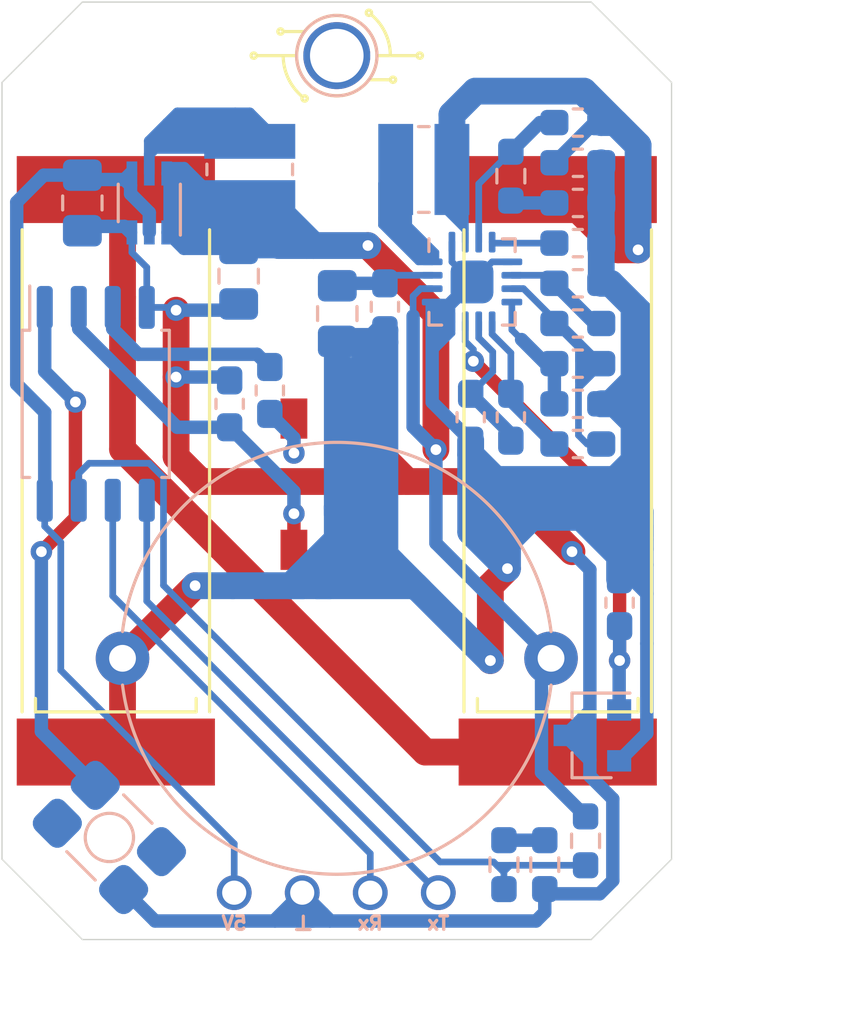
<source format=kicad_pcb>
(kicad_pcb (version 20171130) (host pcbnew "(5.1.9)-1")

  (general
    (thickness 1.6)
    (drawings 25)
    (tracks 530)
    (zones 0)
    (modules 34)
    (nets 27)
  )

  (page A4)
  (layers
    (0 F.Cu signal)
    (31 B.Cu signal)
    (32 B.Adhes user)
    (33 F.Adhes user)
    (34 B.Paste user)
    (35 F.Paste user)
    (36 B.SilkS user)
    (37 F.SilkS user)
    (38 B.Mask user)
    (39 F.Mask user)
    (40 Dwgs.User user)
    (41 Cmts.User user)
    (42 Eco1.User user)
    (43 Eco2.User user)
    (44 Edge.Cuts user)
    (45 Margin user)
    (46 B.CrtYd user)
    (47 F.CrtYd user)
    (48 B.Fab user)
    (49 F.Fab user)
  )

  (setup
    (last_trace_width 0.25)
    (user_trace_width 0.4)
    (user_trace_width 0.5)
    (user_trace_width 1)
    (trace_clearance 0.2)
    (zone_clearance 0)
    (zone_45_only no)
    (trace_min 0.2)
    (via_size 0.8)
    (via_drill 0.4)
    (via_min_size 0.2)
    (via_min_drill 0.3)
    (uvia_size 0.3)
    (uvia_drill 0.1)
    (uvias_allowed no)
    (uvia_min_size 0.2)
    (uvia_min_drill 0.1)
    (edge_width 0.05)
    (segment_width 0.2)
    (pcb_text_width 0.3)
    (pcb_text_size 1.5 1.5)
    (mod_edge_width 0.12)
    (mod_text_size 1 1)
    (mod_text_width 0.15)
    (pad_size 1.25 1.25)
    (pad_drill 0)
    (pad_to_mask_clearance 0.051)
    (solder_mask_min_width 0.25)
    (aux_axis_origin 0 0)
    (visible_elements 7FFFFFFF)
    (pcbplotparams
      (layerselection 0x010fc_ffffffff)
      (usegerberextensions false)
      (usegerberattributes false)
      (usegerberadvancedattributes false)
      (creategerberjobfile false)
      (excludeedgelayer true)
      (linewidth 0.100000)
      (plotframeref false)
      (viasonmask false)
      (mode 1)
      (useauxorigin false)
      (hpglpennumber 1)
      (hpglpenspeed 20)
      (hpglpendiameter 15.000000)
      (psnegative false)
      (psa4output false)
      (plotreference true)
      (plotvalue true)
      (plotinvisibletext false)
      (padsonsilk false)
      (subtractmaskfromsilk false)
      (outputformat 1)
      (mirror false)
      (drillshape 0)
      (scaleselection 1)
      (outputdirectory "gerber/"))
  )

  (net 0 "")
  (net 1 GND)
  (net 2 "Net-(C_ref1-Pad1)")
  (net 3 "Net-(L_boost1-Pad2)")
  (net 4 "Net-(L_bst1-Pad2)")
  (net 5 "Net-(R_oc1-Pad2)")
  (net 6 "Net-(R_ov1-Pad2)")
  (net 7 "Net-(Sol_1-Pad2)")
  (net 8 /Vsolar)
  (net 9 /Vcc_ATTiny)
  (net 10 /Vr_div)
  (net 11 /Vbat_ok)
  (net 12 /Vcc_LED)
  (net 13 /Din_LED)
  (net 14 /Rx)
  (net 15 /Tx)
  (net 16 /Data_LED)
  (net 17 /Reset)
  (net 18 /Vmeasure)
  (net 19 "Net-(R_oc1-Pad1)")
  (net 20 "Net-(R_ok1-Pad1)")
  (net 21 "Net-(R_ok2-Pad1)")
  (net 22 "Net-(R_uv1-Pad1)")
  (net 23 "Net-(C_Stor1-Pad1)")
  (net 24 /Drain)
  (net 25 /Vbat)
  (net 26 "Net-(R_vdiv_2_1-Pad1)")

  (net_class Default "This is the default net class."
    (clearance 0.2)
    (trace_width 0.25)
    (via_dia 0.8)
    (via_drill 0.4)
    (uvia_dia 0.3)
    (uvia_drill 0.1)
    (add_net /Data_LED)
    (add_net /Din_LED)
    (add_net /Drain)
    (add_net /Reset)
    (add_net /Rx)
    (add_net /Tx)
    (add_net /Vbat)
    (add_net /Vbat_ok)
    (add_net /Vcc_ATTiny)
    (add_net /Vcc_LED)
    (add_net /Vmeasure)
    (add_net /Vr_div)
    (add_net /Vsolar)
    (add_net GND)
    (add_net "Net-(C_Stor1-Pad1)")
    (add_net "Net-(C_ref1-Pad1)")
    (add_net "Net-(D1-Pad4)")
    (add_net "Net-(L_boost1-Pad2)")
    (add_net "Net-(L_bst1-Pad2)")
    (add_net "Net-(R_oc1-Pad1)")
    (add_net "Net-(R_oc1-Pad2)")
    (add_net "Net-(R_ok1-Pad1)")
    (add_net "Net-(R_ok2-Pad1)")
    (add_net "Net-(R_ov1-Pad2)")
    (add_net "Net-(R_uv1-Pad1)")
    (add_net "Net-(R_vdiv_2_1-Pad1)")
    (add_net "Net-(Sol_1-Pad2)")
    (add_net "Net-(U4-Pad1)")
    (add_net "Net-(U4-Pad4)")
  )

  (module Connector_PinHeader_1.27mm:PinHeader_1x04_P1.27mm_Horizontal (layer B.Cu) (tedit 61FD251E) (tstamp 609EFF5E)
    (at 28.79 45.75 90)
    (descr "Through hole angled pin header, 1x04, 1.27mm pitch, 4.0mm pin length, single row")
    (tags "Through hole angled pin header THT 1x04 1.27mm single row")
    (path /60A1387B)
    (fp_text reference J1 (at 2.4325 1.635 270) (layer B.SilkS) hide
      (effects (font (size 1 1) (thickness 0.15)) (justify mirror))
    )
    (fp_text value Conn_01x04_Female (at 2.4325 -4.195 270) (layer B.Fab) hide
      (effects (font (size 1 1) (thickness 0.15)) (justify mirror))
    )
    (fp_line (start -0.2 0.2) (end -0.2 -0.2) (layer B.Fab) (width 0.1))
    (fp_line (start -0.2 0.18) (end -0.2 -0.22) (layer B.Fab) (width 0.1))
    (fp_line (start -0.2 -1.09) (end -0.2 -1.49) (layer B.Fab) (width 0.1))
    (fp_line (start -0.2 -2.36) (end -0.2 -2.76) (layer B.Fab) (width 0.1))
    (fp_line (start -1.377 -4.79) (end -1.377 -5.29) (layer B.SilkS) (width 0.12))
    (fp_line (start -1.377 -5.04) (end -0.877 -5.04) (layer B.SilkS) (width 0.12))
    (fp_text user 5V (at -1.143 -7.62 unlocked) (layer B.SilkS)
      (effects (font (size 0.5 0.5) (thickness 0.125)) (justify mirror))
    )
    (fp_text user Tx (at -1.143 0 unlocked) (layer B.SilkS)
      (effects (font (size 0.5 0.5) (thickness 0.125)) (justify mirror))
    )
    (fp_text user Rx (at -1.143 -2.54 unlocked) (layer B.SilkS)
      (effects (font (size 0.5 0.5) (thickness 0.125)) (justify mirror))
    )
    (fp_text user %R (at -1 -0.655 180) (layer B.Fab) hide
      (effects (font (size 0.6 0.6) (thickness 0.09)) (justify mirror))
    )
    (pad 1 thru_hole circle (at 0 -7.62 90) (size 1.3 1.3) (drill 0.9) (layers *.Cu *.Mask)
      (net 9 /Vcc_ATTiny))
    (pad 3 thru_hole circle (at 0 0 90) (size 1.3 1.3) (drill 0.9) (layers *.Cu *.Mask)
      (net 15 /Tx))
    (pad 2 thru_hole circle (at 0 -2.54 90) (size 1.3 1.3) (drill 0.9) (layers *.Cu *.Mask)
      (net 14 /Rx))
    (pad 4 thru_hole circle (at 0 -5.08 90) (size 1.3 1.3) (drill 0.9) (layers *.Cu *.Mask)
      (net 24 /Drain))
    (model ${KISYS3DMOD}/Connector_PinHeader_2.54mm.3dshapes/PinHeader_1x04_P2.54mm_Horizontal.step
      (offset (xyz 0 0 4))
      (scale (xyz 1 1 1))
      (rotate (xyz 0 0 0))
    )
    (model ${KISYS3DMOD}/Connector_PinHeader_2.54mm.3dshapes/PinHeader_1x04_P2.54mm_Vertical.step
      (at (xyz 0 0 0))
      (scale (xyz 1 1 0.5))
      (rotate (xyz 0 0 0))
    )
  )

  (module own_footprints:Supercap (layer B.Cu) (tedit 61FD2317) (tstamp 604F2DF0)
    (at 25 37 180)
    (path /6058E241)
    (fp_text reference C_super1 (at 0 -0.5 180) (layer B.SilkS) hide
      (effects (font (size 1 1) (thickness 0.15)) (justify mirror))
    )
    (fp_text value 640mF (at 0 0.5 180) (layer B.Fab) hide
      (effects (font (size 1 1) (thickness 0.15)) (justify mirror))
    )
    (fp_arc (start 0 0) (end -7.999999 -0.999999) (angle 165.7499673) (layer B.SilkS) (width 0.12))
    (fp_arc (start 0 0) (end 7.999999 0.999999) (angle 165.7499673) (layer B.SilkS) (width 0.12))
    (pad 2 thru_hole circle (at 8 0 180) (size 2 2) (drill 1) (layers *.Cu *.Mask)
      (net 1 GND))
    (pad 1 thru_hole circle (at -8 0 180) (size 2 2) (drill 1) (layers *.Cu *.Mask)
      (net 25 /Vbat))
    (model ${KISYS3DMOD}/Capacitor_THT.3dshapes/C_Radial_D8.0mm_H7.0mm_P3.50mm.wrl
      (offset (xyz -3.5 0 0))
      (scale (xyz 2 2 0.6))
      (rotate (xyz 0 0 0))
    )
  )

  (module own_footprints:TS-1233 (layer B.Cu) (tedit 61FD1F22) (tstamp 60AC15B1)
    (at 16.51 43.688 135)
    (path /60ACC29B)
    (fp_text reference U4 (at 0 -2.5 315) (layer B.SilkS) hide
      (effects (font (size 1 1) (thickness 0.15)) (justify mirror))
    )
    (fp_text value TS-1233 (at 0 2.5 315) (layer B.Fab) hide
      (effects (font (size 1 1) (thickness 0.15)) (justify mirror))
    )
    (fp_circle (center 0 0) (end 0.75 0.5) (layer B.SilkS) (width 0.12))
    (fp_line (start -0.75 1.5) (end 0.75 1.5) (layer B.SilkS) (width 0.12))
    (fp_line (start -0.75 -1.5) (end 0.75 -1.5) (layer B.SilkS) (width 0.12))
    (pad 3 smd roundrect (at -1.75 -1 135) (size 1.524 1.524) (layers B.Cu B.Paste B.Mask) (roundrect_rratio 0.25)
      (net 24 /Drain))
    (pad 1 smd roundrect (at -1.75 1 135) (size 1.524 1.524) (layers B.Cu B.Paste B.Mask) (roundrect_rratio 0.25))
    (pad 2 smd roundrect (at 1.75 1 135) (size 1.524 1.524) (layers B.Cu B.Paste B.Mask) (roundrect_rratio 0.25)
      (net 17 /Reset))
    (pad 4 smd roundrect (at 1.75 -1 135) (size 1.524 1.524) (layers B.Cu B.Paste B.Mask) (roundrect_rratio 0.25))
    (model ${KISYS3DMOD}/Button_Switch_SMD.3dshapes/SW_SPST_PTS645.step
      (at (xyz 0 0 0))
      (scale (xyz 0.45 0.45 0.3))
      (rotate (xyz 0 0 0))
    )
  )

  (module own_footprints:KXOB25-05X3F (layer F.Cu) (tedit 61FD1DFB) (tstamp 60A18733)
    (at 16.75 30 270)
    (path /609C8E61)
    (fp_text reference Sol_2 (at 0 0.5 90) (layer F.SilkS) hide
      (effects (font (size 1 1) (thickness 0.15)))
    )
    (fp_text value KXOB25-05X3F (at 0 -0.5 90) (layer F.Fab)
      (effects (font (size 1 1) (thickness 0.15)))
    )
    (fp_line (start 9 -3) (end 8.5 -3) (layer F.SilkS) (width 0.12))
    (fp_line (start 9 3) (end 8.5 3) (layer F.SilkS) (width 0.12))
    (fp_line (start 9 -3) (end 9 3) (layer F.SilkS) (width 0.12))
    (fp_line (start -9 3.5) (end 9 3.5) (layer F.SilkS) (width 0.12))
    (fp_line (start -9 -3.5) (end 9 -3.5) (layer F.SilkS) (width 0.12))
    (pad 2 smd rect (at 10.5 0 270) (size 2.5 7.4) (layers F.Cu F.Paste F.Mask)
      (net 1 GND))
    (pad 1 smd rect (at -10.5 0 270) (size 2.5 7.4) (layers F.Cu F.Paste F.Mask)
      (net 7 "Net-(Sol_1-Pad2)"))
    (model ${KISYS3DMOD}/Diode_SMD.3dshapes/D_SMC.wrl
      (at (xyz 0 0 0))
      (scale (xyz 2.9 1.3 1))
      (rotate (xyz 0 0 180))
    )
  )

  (module own_footprints:KXOB25-05X3F (layer F.Cu) (tedit 61FD1DCC) (tstamp 609F0033)
    (at 33.25 30 270)
    (path /609C9A98)
    (fp_text reference Sol_1 (at 0 0.5 270) (layer F.SilkS) hide
      (effects (font (size 1 1) (thickness 0.15)))
    )
    (fp_text value KXOB25-05X3F (at 0 0 270) (layer F.Fab)
      (effects (font (size 1 1) (thickness 0.15)))
    )
    (fp_line (start -9 -3.5) (end 9 -3.5) (layer F.SilkS) (width 0.12))
    (fp_line (start -9 3.5) (end 9 3.5) (layer F.SilkS) (width 0.12))
    (fp_line (start 9 -3) (end 9 3) (layer F.SilkS) (width 0.12))
    (fp_line (start 9 3) (end 8.5 3) (layer F.SilkS) (width 0.12))
    (fp_line (start 9 -3) (end 8.5 -3) (layer F.SilkS) (width 0.12))
    (pad 2 smd rect (at 10.5 0 270) (size 2.5 7.4) (layers F.Cu F.Paste F.Mask)
      (net 7 "Net-(Sol_1-Pad2)"))
    (pad 1 smd rect (at -10.5 0 270) (size 2.5 7.4) (layers F.Cu F.Paste F.Mask)
      (net 8 /Vsolar))
    (model ${KISYS3DMOD}/Diode_SMD.3dshapes/D_SMC.wrl
      (at (xyz 0 0 0))
      (scale (xyz 2.9 1.3 1))
      (rotate (xyz 0 0 180))
    )
  )

  (module footprints:VQFN-16-1EP_3x3mm_P0.5mm_EP1.8x1.8mm (layer B.Cu) (tedit 61FD1C7A) (tstamp 604B9D4C)
    (at 30.05 22.95 270)
    (descr "VQFN, 16 Pin (https://www.st.com/resource/en/datasheet/stspin220.pdf), generated with kicad-footprint-generator ipc_noLead_generator.py")
    (tags "VQFN NoLead")
    (path /6049F0BD)
    (attr smd)
    (fp_text reference U1 (at 0 2.82 270) (layer B.SilkS) hide
      (effects (font (size 1 1) (thickness 0.15)) (justify mirror))
    )
    (fp_text value BQ25504 (at 0 -2.82 270) (layer B.Fab) hide
      (effects (font (size 1 1) (thickness 0.15)) (justify mirror))
    )
    (fp_line (start 2.12 2.12) (end -2.12 2.12) (layer B.CrtYd) (width 0.05))
    (fp_line (start 2.12 -2.12) (end 2.12 2.12) (layer B.CrtYd) (width 0.05))
    (fp_line (start -2.12 -2.12) (end 2.12 -2.12) (layer B.CrtYd) (width 0.05))
    (fp_line (start -2.12 2.12) (end -2.12 -2.12) (layer B.CrtYd) (width 0.05))
    (fp_line (start -1.5 0.75) (end -0.75 1.5) (layer B.Fab) (width 0.1))
    (fp_line (start -1.5 -1.5) (end -1.5 0.75) (layer B.Fab) (width 0.1))
    (fp_line (start 1.5 -1.5) (end -1.5 -1.5) (layer B.Fab) (width 0.1))
    (fp_line (start 1.5 1.5) (end 1.5 -1.5) (layer B.Fab) (width 0.1))
    (fp_line (start -0.75 1.5) (end 1.5 1.5) (layer B.Fab) (width 0.1))
    (fp_line (start -1.135 1.61) (end -1.61 1.61) (layer B.SilkS) (width 0.12))
    (fp_line (start 1.61 -1.61) (end 1.61 -1.135) (layer B.SilkS) (width 0.12))
    (fp_line (start 1.135 -1.61) (end 1.61 -1.61) (layer B.SilkS) (width 0.12))
    (fp_line (start -1.61 -1.61) (end -1.61 -1.135) (layer B.SilkS) (width 0.12))
    (fp_line (start -1.135 -1.61) (end -1.61 -1.61) (layer B.SilkS) (width 0.12))
    (fp_line (start 1.61 1.61) (end 1.61 1.135) (layer B.SilkS) (width 0.12))
    (fp_line (start 1.135 1.61) (end 1.61 1.61) (layer B.SilkS) (width 0.12))
    (fp_text user %R (at 0 0 270) (layer B.Fab) hide
      (effects (font (size 0.75 0.75) (thickness 0.11)) (justify mirror))
    )
    (pad "" smd roundrect (at 0.45 -0.45 270) (size 0.73 0.73) (layers B.Paste) (roundrect_rratio 0.25))
    (pad "" smd roundrect (at 0.45 0.45 270) (size 0.73 0.73) (layers B.Paste) (roundrect_rratio 0.25))
    (pad "" smd roundrect (at -0.45 -0.45 270) (size 0.73 0.73) (layers B.Paste) (roundrect_rratio 0.25))
    (pad "" smd roundrect (at -0.45 0.45 270) (size 0.73 0.73) (layers B.Paste) (roundrect_rratio 0.25))
    (pad 17 smd roundrect (at 0 0 270) (size 1.6 1.6) (layers B.Cu B.Mask) (roundrect_rratio 0.25)
      (net 1 GND))
    (pad 16 smd roundrect (at -0.75 1.4875 270) (size 0.25 0.775) (layers B.Cu B.Paste B.Mask) (roundrect_rratio 0.25)
      (net 4 "Net-(L_bst1-Pad2)"))
    (pad 15 smd roundrect (at -0.25 1.4875 270) (size 0.25 0.775) (layers B.Cu B.Paste B.Mask) (roundrect_rratio 0.25)
      (net 23 "Net-(C_Stor1-Pad1)"))
    (pad 14 smd roundrect (at 0.25 1.4875 270) (size 0.25 0.775) (layers B.Cu B.Paste B.Mask) (roundrect_rratio 0.25)
      (net 25 /Vbat))
    (pad 13 smd roundrect (at 0.75 1.4875 270) (size 0.25 0.775) (layers B.Cu B.Paste B.Mask) (roundrect_rratio 0.25)
      (net 1 GND))
    (pad 12 smd roundrect (at 1.4875 0.75 270) (size 0.775 0.25) (layers B.Cu B.Paste B.Mask) (roundrect_rratio 0.25)
      (net 1 GND))
    (pad 11 smd roundrect (at 1.4875 0.25 270) (size 0.775 0.25) (layers B.Cu B.Paste B.Mask) (roundrect_rratio 0.25)
      (net 11 /Vbat_ok))
    (pad 10 smd roundrect (at 1.4875 -0.25 270) (size 0.775 0.25) (layers B.Cu B.Paste B.Mask) (roundrect_rratio 0.25)
      (net 20 "Net-(R_ok1-Pad1)"))
    (pad 9 smd roundrect (at 1.4875 -0.75 270) (size 0.775 0.25) (layers B.Cu B.Paste B.Mask) (roundrect_rratio 0.25)
      (net 21 "Net-(R_ok2-Pad1)"))
    (pad 8 smd roundrect (at 0.75 -1.4875 270) (size 0.25 0.775) (layers B.Cu B.Paste B.Mask) (roundrect_rratio 0.25)
      (net 22 "Net-(R_uv1-Pad1)"))
    (pad 7 smd roundrect (at 0.25 -1.4875 270) (size 0.25 0.775) (layers B.Cu B.Paste B.Mask) (roundrect_rratio 0.25)
      (net 10 /Vr_div))
    (pad 6 smd roundrect (at -0.25 -1.4875 270) (size 0.25 0.775) (layers B.Cu B.Paste B.Mask) (roundrect_rratio 0.25)
      (net 6 "Net-(R_ov1-Pad2)"))
    (pad 5 smd roundrect (at -0.75 -1.4875 270) (size 0.25 0.775) (layers B.Cu B.Paste B.Mask) (roundrect_rratio 0.25)
      (net 1 GND))
    (pad 4 smd roundrect (at -1.4875 -0.75 270) (size 0.775 0.25) (layers B.Cu B.Paste B.Mask) (roundrect_rratio 0.25)
      (net 2 "Net-(C_ref1-Pad1)"))
    (pad 3 smd roundrect (at -1.4875 -0.25 270) (size 0.775 0.25) (layers B.Cu B.Paste B.Mask) (roundrect_rratio 0.25)
      (net 5 "Net-(R_oc1-Pad2)"))
    (pad 2 smd roundrect (at -1.4875 0.25 270) (size 0.775 0.25) (layers B.Cu B.Paste B.Mask) (roundrect_rratio 0.25)
      (net 8 /Vsolar))
    (pad 1 smd roundrect (at -1.4875 0.75 270) (size 0.775 0.25) (layers B.Cu B.Paste B.Mask) (roundrect_rratio 0.25)
      (net 1 GND))
    (model ${KISYS3DMOD}/Package_DFN_QFN.3dshapes/VQFN-16-1EP_3x3mm_P0.5mm_EP1.8x1.8mm.wrl
      (at (xyz 0 0 0))
      (scale (xyz 1 1 1))
      (rotate (xyz 0 0 0))
    )
    (model ${KISYS3DMOD}/Inductor_SMD.3dshapes/L_Bourns_SRP2313AA.step
      (at (xyz 0 0 0))
      (scale (xyz 0.18 0.18 0.1))
      (rotate (xyz 0 0 0))
    )
    (model ${KISYS3DMOD}/Inductor_SMD.3dshapes/L_Wuerth_MAPI-3010.step
      (at (xyz 0 0 0))
      (scale (xyz 1 1 1))
      (rotate (xyz 0 0 0))
    )
  )

  (module Resistor_SMD:R_0603_1608Metric_Pad1.05x0.95mm_HandSolder (layer B.Cu) (tedit 5B301BBD) (tstamp 61C224E9)
    (at 35.56 34.925 270)
    (descr "Resistor SMD 0603 (1608 Metric), square (rectangular) end terminal, IPC_7351 nominal with elongated pad for handsoldering. (Body size source: http://www.tortai-tech.com/upload/download/2011102023233369053.pdf), generated with kicad-footprint-generator")
    (tags "resistor handsolder")
    (path /61C260A2)
    (attr smd)
    (fp_text reference R_pulldown1 (at 0 1.43 270) (layer B.SilkS) hide
      (effects (font (size 1 1) (thickness 0.15)) (justify mirror))
    )
    (fp_text value 10M (at 0 -1.43 270) (layer B.Fab) hide
      (effects (font (size 1 1) (thickness 0.15)) (justify mirror))
    )
    (fp_line (start 1.65 -0.73) (end -1.65 -0.73) (layer B.CrtYd) (width 0.05))
    (fp_line (start 1.65 0.73) (end 1.65 -0.73) (layer B.CrtYd) (width 0.05))
    (fp_line (start -1.65 0.73) (end 1.65 0.73) (layer B.CrtYd) (width 0.05))
    (fp_line (start -1.65 -0.73) (end -1.65 0.73) (layer B.CrtYd) (width 0.05))
    (fp_line (start -0.171267 -0.51) (end 0.171267 -0.51) (layer B.SilkS) (width 0.12))
    (fp_line (start -0.171267 0.51) (end 0.171267 0.51) (layer B.SilkS) (width 0.12))
    (fp_line (start 0.8 -0.4) (end -0.8 -0.4) (layer B.Fab) (width 0.1))
    (fp_line (start 0.8 0.4) (end 0.8 -0.4) (layer B.Fab) (width 0.1))
    (fp_line (start -0.8 0.4) (end 0.8 0.4) (layer B.Fab) (width 0.1))
    (fp_line (start -0.8 -0.4) (end -0.8 0.4) (layer B.Fab) (width 0.1))
    (fp_text user %R (at 0 0 270) (layer B.Fab) hide
      (effects (font (size 0.4 0.4) (thickness 0.06)) (justify mirror))
    )
    (pad 2 smd roundrect (at 0.875 0 270) (size 1.05 0.95) (layers B.Cu B.Paste B.Mask) (roundrect_rratio 0.25)
      (net 11 /Vbat_ok))
    (pad 1 smd roundrect (at -0.875 0 270) (size 1.05 0.95) (layers B.Cu B.Paste B.Mask) (roundrect_rratio 0.25)
      (net 1 GND))
    (model ${KISYS3DMOD}/Resistor_SMD.3dshapes/R_0603_1608Metric.wrl
      (at (xyz 0 0 0))
      (scale (xyz 1 1 1))
      (rotate (xyz 0 0 0))
    )
  )

  (module Resistor_SMD:R_0603_1608Metric_Pad0.98x0.95mm_HandSolder (layer B.Cu) (tedit 5F68FEEE) (tstamp 61BDE9CF)
    (at 31.242 44.704 270)
    (descr "Resistor SMD 0603 (1608 Metric), square (rectangular) end terminal, IPC_7351 nominal with elongated pad for handsoldering. (Body size source: IPC-SM-782 page 72, https://www.pcb-3d.com/wordpress/wp-content/uploads/ipc-sm-782a_amendment_1_and_2.pdf), generated with kicad-footprint-generator")
    (tags "resistor handsolder")
    (path /61C266D9)
    (attr smd)
    (fp_text reference R_vdiv_2_1 (at 0 1.43 90) (layer B.SilkS) hide
      (effects (font (size 1 1) (thickness 0.15)) (justify mirror))
    )
    (fp_text value 8.2M (at 0 -1.43 90) (layer B.Fab) hide
      (effects (font (size 1 1) (thickness 0.15)) (justify mirror))
    )
    (fp_line (start -0.8 -0.4125) (end -0.8 0.4125) (layer B.Fab) (width 0.1))
    (fp_line (start -0.8 0.4125) (end 0.8 0.4125) (layer B.Fab) (width 0.1))
    (fp_line (start 0.8 0.4125) (end 0.8 -0.4125) (layer B.Fab) (width 0.1))
    (fp_line (start 0.8 -0.4125) (end -0.8 -0.4125) (layer B.Fab) (width 0.1))
    (fp_line (start -0.254724 0.5225) (end 0.254724 0.5225) (layer B.SilkS) (width 0.12))
    (fp_line (start -0.254724 -0.5225) (end 0.254724 -0.5225) (layer B.SilkS) (width 0.12))
    (fp_line (start -1.65 -0.73) (end -1.65 0.73) (layer B.CrtYd) (width 0.05))
    (fp_line (start -1.65 0.73) (end 1.65 0.73) (layer B.CrtYd) (width 0.05))
    (fp_line (start 1.65 0.73) (end 1.65 -0.73) (layer B.CrtYd) (width 0.05))
    (fp_line (start 1.65 -0.73) (end -1.65 -0.73) (layer B.CrtYd) (width 0.05))
    (fp_text user %R (at 0 0 90) (layer B.Fab) hide
      (effects (font (size 0.4 0.4) (thickness 0.06)) (justify mirror))
    )
    (pad 2 smd roundrect (at 0.9125 0 270) (size 0.975 0.95) (layers B.Cu B.Paste B.Mask) (roundrect_rratio 0.25)
      (net 18 /Vmeasure))
    (pad 1 smd roundrect (at -0.9125 0 270) (size 0.975 0.95) (layers B.Cu B.Paste B.Mask) (roundrect_rratio 0.25)
      (net 26 "Net-(R_vdiv_2_1-Pad1)"))
    (model ${KISYS3DMOD}/Resistor_SMD.3dshapes/R_0603_1608Metric.wrl
      (at (xyz 0 0 0))
      (scale (xyz 1 1 1))
      (rotate (xyz 0 0 0))
    )
  )

  (module Capacitor_SMD:C_0805_2012Metric_Pad1.18x1.45mm_HandSolder (layer B.Cu) (tedit 5F68FEEF) (tstamp 61C0C360)
    (at 25.019 24.13 270)
    (descr "Capacitor SMD 0805 (2012 Metric), square (rectangular) end terminal, IPC_7351 nominal with elongated pad for handsoldering. (Body size source: IPC-SM-782 page 76, https://www.pcb-3d.com/wordpress/wp-content/uploads/ipc-sm-782a_amendment_1_and_2.pdf, https://docs.google.com/spreadsheets/d/1BsfQQcO9C6DZCsRaXUlFlo91Tg2WpOkGARC1WS5S8t0/edit?usp=sharing), generated with kicad-footprint-generator")
    (tags "capacitor handsolder")
    (path /61C12816)
    (attr smd)
    (fp_text reference C_Stor1 (at 0 1.68 90) (layer B.SilkS) hide
      (effects (font (size 1 1) (thickness 0.15)) (justify mirror))
    )
    (fp_text value 10uF (at 0 -1.68 90) (layer B.Fab) hide
      (effects (font (size 1 1) (thickness 0.15)) (justify mirror))
    )
    (fp_line (start -1 -0.625) (end -1 0.625) (layer B.Fab) (width 0.1))
    (fp_line (start -1 0.625) (end 1 0.625) (layer B.Fab) (width 0.1))
    (fp_line (start 1 0.625) (end 1 -0.625) (layer B.Fab) (width 0.1))
    (fp_line (start 1 -0.625) (end -1 -0.625) (layer B.Fab) (width 0.1))
    (fp_line (start -0.261252 0.735) (end 0.261252 0.735) (layer B.SilkS) (width 0.12))
    (fp_line (start -0.261252 -0.735) (end 0.261252 -0.735) (layer B.SilkS) (width 0.12))
    (fp_line (start -1.88 -0.98) (end -1.88 0.98) (layer B.CrtYd) (width 0.05))
    (fp_line (start -1.88 0.98) (end 1.88 0.98) (layer B.CrtYd) (width 0.05))
    (fp_line (start 1.88 0.98) (end 1.88 -0.98) (layer B.CrtYd) (width 0.05))
    (fp_line (start 1.88 -0.98) (end -1.88 -0.98) (layer B.CrtYd) (width 0.05))
    (fp_text user %R (at 0 0 90) (layer B.Fab) hide
      (effects (font (size 0.5 0.5) (thickness 0.08)) (justify mirror))
    )
    (pad 2 smd roundrect (at 1.0375 0 270) (size 1.175 1.45) (layers B.Cu B.Paste B.Mask) (roundrect_rratio 0.2127659574468085)
      (net 1 GND))
    (pad 1 smd roundrect (at -1.0375 0 270) (size 1.175 1.45) (layers B.Cu B.Paste B.Mask) (roundrect_rratio 0.2127659574468085)
      (net 23 "Net-(C_Stor1-Pad1)"))
    (model ${KISYS3DMOD}/Capacitor_SMD.3dshapes/C_0805_2012Metric.wrl
      (at (xyz 0 0 0))
      (scale (xyz 1 1 1))
      (rotate (xyz 0 0 0))
    )
  )

  (module Resistor_SMD:R_0603_1608Metric_Pad0.98x0.95mm_HandSolder (layer B.Cu) (tedit 5F68FEEE) (tstamp 61BDE9E0)
    (at 32.766 44.704 90)
    (descr "Resistor SMD 0603 (1608 Metric), square (rectangular) end terminal, IPC_7351 nominal with elongated pad for handsoldering. (Body size source: IPC-SM-782 page 72, https://www.pcb-3d.com/wordpress/wp-content/uploads/ipc-sm-782a_amendment_1_and_2.pdf), generated with kicad-footprint-generator")
    (tags "resistor handsolder")
    (path /61C24BDB)
    (attr smd)
    (fp_text reference R_vdiv_2_2 (at 0 1.43 90) (layer B.SilkS) hide
      (effects (font (size 1 1) (thickness 0.15)) (justify mirror))
    )
    (fp_text value 10M (at 0 -1.43 90) (layer B.Fab) hide
      (effects (font (size 1 1) (thickness 0.15)) (justify mirror))
    )
    (fp_line (start -0.8 -0.4125) (end -0.8 0.4125) (layer B.Fab) (width 0.1))
    (fp_line (start -0.8 0.4125) (end 0.8 0.4125) (layer B.Fab) (width 0.1))
    (fp_line (start 0.8 0.4125) (end 0.8 -0.4125) (layer B.Fab) (width 0.1))
    (fp_line (start 0.8 -0.4125) (end -0.8 -0.4125) (layer B.Fab) (width 0.1))
    (fp_line (start -0.254724 0.5225) (end 0.254724 0.5225) (layer B.SilkS) (width 0.12))
    (fp_line (start -0.254724 -0.5225) (end 0.254724 -0.5225) (layer B.SilkS) (width 0.12))
    (fp_line (start -1.65 -0.73) (end -1.65 0.73) (layer B.CrtYd) (width 0.05))
    (fp_line (start -1.65 0.73) (end 1.65 0.73) (layer B.CrtYd) (width 0.05))
    (fp_line (start 1.65 0.73) (end 1.65 -0.73) (layer B.CrtYd) (width 0.05))
    (fp_line (start 1.65 -0.73) (end -1.65 -0.73) (layer B.CrtYd) (width 0.05))
    (fp_text user %R (at 0 0 90) (layer B.Fab) hide
      (effects (font (size 0.4 0.4) (thickness 0.06)) (justify mirror))
    )
    (pad 2 smd roundrect (at 0.9125 0 90) (size 0.975 0.95) (layers B.Cu B.Paste B.Mask) (roundrect_rratio 0.25)
      (net 26 "Net-(R_vdiv_2_1-Pad1)"))
    (pad 1 smd roundrect (at -0.9125 0 90) (size 0.975 0.95) (layers B.Cu B.Paste B.Mask) (roundrect_rratio 0.25)
      (net 24 /Drain))
    (model ${KISYS3DMOD}/Resistor_SMD.3dshapes/R_0603_1608Metric.wrl
      (at (xyz 0 0 0))
      (scale (xyz 1 1 1))
      (rotate (xyz 0 0 0))
    )
  )

  (module Resistor_SMD:R_0603_1608Metric_Pad0.98x0.95mm_HandSolder (layer B.Cu) (tedit 5F68FEEE) (tstamp 61BDE9BE)
    (at 34.29 43.815 270)
    (descr "Resistor SMD 0603 (1608 Metric), square (rectangular) end terminal, IPC_7351 nominal with elongated pad for handsoldering. (Body size source: IPC-SM-782 page 72, https://www.pcb-3d.com/wordpress/wp-content/uploads/ipc-sm-782a_amendment_1_and_2.pdf), generated with kicad-footprint-generator")
    (tags "resistor handsolder")
    (path /61C235D3)
    (attr smd)
    (fp_text reference R_vdiv_1 (at 0 1.43 90) (layer B.SilkS) hide
      (effects (font (size 1 1) (thickness 0.15)) (justify mirror))
    )
    (fp_text value 1.8M (at 0 -1.43 90) (layer B.Fab) hide
      (effects (font (size 1 1) (thickness 0.15)) (justify mirror))
    )
    (fp_line (start -0.8 -0.4125) (end -0.8 0.4125) (layer B.Fab) (width 0.1))
    (fp_line (start -0.8 0.4125) (end 0.8 0.4125) (layer B.Fab) (width 0.1))
    (fp_line (start 0.8 0.4125) (end 0.8 -0.4125) (layer B.Fab) (width 0.1))
    (fp_line (start 0.8 -0.4125) (end -0.8 -0.4125) (layer B.Fab) (width 0.1))
    (fp_line (start -0.254724 0.5225) (end 0.254724 0.5225) (layer B.SilkS) (width 0.12))
    (fp_line (start -0.254724 -0.5225) (end 0.254724 -0.5225) (layer B.SilkS) (width 0.12))
    (fp_line (start -1.65 -0.73) (end -1.65 0.73) (layer B.CrtYd) (width 0.05))
    (fp_line (start -1.65 0.73) (end 1.65 0.73) (layer B.CrtYd) (width 0.05))
    (fp_line (start 1.65 0.73) (end 1.65 -0.73) (layer B.CrtYd) (width 0.05))
    (fp_line (start 1.65 -0.73) (end -1.65 -0.73) (layer B.CrtYd) (width 0.05))
    (fp_text user %R (at 0 0 90) (layer B.Fab) hide
      (effects (font (size 0.4 0.4) (thickness 0.06)) (justify mirror))
    )
    (pad 2 smd roundrect (at 0.9125 0 270) (size 0.975 0.95) (layers B.Cu B.Paste B.Mask) (roundrect_rratio 0.25)
      (net 18 /Vmeasure))
    (pad 1 smd roundrect (at -0.9125 0 270) (size 0.975 0.95) (layers B.Cu B.Paste B.Mask) (roundrect_rratio 0.25)
      (net 25 /Vbat))
    (model ${KISYS3DMOD}/Resistor_SMD.3dshapes/R_0603_1608Metric.wrl
      (at (xyz 0 0 0))
      (scale (xyz 1 1 1))
      (rotate (xyz 0 0 0))
    )
  )

  (module Package_TO_SOT_SMD:SOT-23 (layer B.Cu) (tedit 5A02FF57) (tstamp 61BDE94D)
    (at 34.544 39.878 180)
    (descr "SOT-23, Standard")
    (tags SOT-23)
    (path /61BDECD2)
    (attr smd)
    (fp_text reference Q1 (at 0 2.5 180) (layer B.SilkS) hide
      (effects (font (size 1 1) (thickness 0.15)) (justify mirror))
    )
    (fp_text value IRLML0030 (at 0 -2.5 180) (layer B.Fab) hide
      (effects (font (size 1 1) (thickness 0.15)) (justify mirror))
    )
    (fp_line (start -0.7 0.95) (end -0.7 -1.5) (layer B.Fab) (width 0.1))
    (fp_line (start -0.15 1.52) (end 0.7 1.52) (layer B.Fab) (width 0.1))
    (fp_line (start -0.7 0.95) (end -0.15 1.52) (layer B.Fab) (width 0.1))
    (fp_line (start 0.7 1.52) (end 0.7 -1.52) (layer B.Fab) (width 0.1))
    (fp_line (start -0.7 -1.52) (end 0.7 -1.52) (layer B.Fab) (width 0.1))
    (fp_line (start 0.76 -1.58) (end 0.76 -0.65) (layer B.SilkS) (width 0.12))
    (fp_line (start 0.76 1.58) (end 0.76 0.65) (layer B.SilkS) (width 0.12))
    (fp_line (start -1.7 1.75) (end 1.7 1.75) (layer B.CrtYd) (width 0.05))
    (fp_line (start 1.7 1.75) (end 1.7 -1.75) (layer B.CrtYd) (width 0.05))
    (fp_line (start 1.7 -1.75) (end -1.7 -1.75) (layer B.CrtYd) (width 0.05))
    (fp_line (start -1.7 -1.75) (end -1.7 1.75) (layer B.CrtYd) (width 0.05))
    (fp_line (start 0.76 1.58) (end -1.4 1.58) (layer B.SilkS) (width 0.12))
    (fp_line (start 0.76 -1.58) (end -0.7 -1.58) (layer B.SilkS) (width 0.12))
    (fp_text user %R (at 0 0 90) (layer B.Fab)
      (effects (font (size 0.5 0.5) (thickness 0.075)) (justify mirror))
    )
    (pad 3 smd rect (at 1 0 180) (size 0.9 0.8) (layers B.Cu B.Paste B.Mask)
      (net 24 /Drain))
    (pad 2 smd rect (at -1 -0.95 180) (size 0.9 0.8) (layers B.Cu B.Paste B.Mask)
      (net 1 GND))
    (pad 1 smd rect (at -1 0.95 180) (size 0.9 0.8) (layers B.Cu B.Paste B.Mask)
      (net 11 /Vbat_ok))
    (model ${KISYS3DMOD}/Package_TO_SOT_SMD.3dshapes/SOT-23.wrl
      (at (xyz 0 0 0))
      (scale (xyz 1 1 1))
      (rotate (xyz 0 0 0))
    )
  )

  (module Package_SO:SOIC-8_5.275x5.275mm_P1.27mm (layer B.Cu) (tedit 5D9F72B1) (tstamp 604BB6CF)
    (at 16 27.5 270)
    (descr "SOIC, 8 Pin (http://ww1.microchip.com/downloads/en/DeviceDoc/20005045C.pdf#page=23), generated with kicad-footprint-generator ipc_gullwing_generator.py")
    (tags "SOIC SO")
    (path /604F4615)
    (attr smd)
    (fp_text reference U3 (at 0 3.59 90) (layer B.SilkS) hide
      (effects (font (size 1 1) (thickness 0.15)) (justify mirror))
    )
    (fp_text value ATtiny85 (at 0 -3.59 90) (layer B.Fab) hide
      (effects (font (size 1 1) (thickness 0.15)) (justify mirror))
    )
    (fp_line (start 4.65 2.89) (end -4.65 2.89) (layer B.CrtYd) (width 0.05))
    (fp_line (start 4.65 -2.89) (end 4.65 2.89) (layer B.CrtYd) (width 0.05))
    (fp_line (start -4.65 -2.89) (end 4.65 -2.89) (layer B.CrtYd) (width 0.05))
    (fp_line (start -4.65 2.89) (end -4.65 -2.89) (layer B.CrtYd) (width 0.05))
    (fp_line (start -2.6375 1.6375) (end -1.6375 2.6375) (layer B.Fab) (width 0.1))
    (fp_line (start -2.6375 -2.6375) (end -2.6375 1.6375) (layer B.Fab) (width 0.1))
    (fp_line (start 2.6375 -2.6375) (end -2.6375 -2.6375) (layer B.Fab) (width 0.1))
    (fp_line (start 2.6375 2.6375) (end 2.6375 -2.6375) (layer B.Fab) (width 0.1))
    (fp_line (start -1.6375 2.6375) (end 2.6375 2.6375) (layer B.Fab) (width 0.1))
    (fp_line (start -2.7475 2.465) (end -4.4 2.465) (layer B.SilkS) (width 0.12))
    (fp_line (start -2.7475 2.7475) (end -2.7475 2.465) (layer B.SilkS) (width 0.12))
    (fp_line (start 0 2.7475) (end -2.7475 2.7475) (layer B.SilkS) (width 0.12))
    (fp_line (start 2.7475 2.7475) (end 2.7475 2.465) (layer B.SilkS) (width 0.12))
    (fp_line (start 0 2.7475) (end 2.7475 2.7475) (layer B.SilkS) (width 0.12))
    (fp_line (start -2.7475 -2.7475) (end -2.7475 -2.465) (layer B.SilkS) (width 0.12))
    (fp_line (start 0 -2.7475) (end -2.7475 -2.7475) (layer B.SilkS) (width 0.12))
    (fp_line (start 2.7475 -2.7475) (end 2.7475 -2.465) (layer B.SilkS) (width 0.12))
    (fp_line (start 0 -2.7475) (end 2.7475 -2.7475) (layer B.SilkS) (width 0.12))
    (fp_text user %R (at 0 0 90) (layer B.Fab) hide
      (effects (font (size 1 1) (thickness 0.15)) (justify mirror))
    )
    (pad 8 smd roundrect (at 3.6 1.905 270) (size 1.6 0.6) (layers B.Cu B.Paste B.Mask) (roundrect_rratio 0.25)
      (net 9 /Vcc_ATTiny))
    (pad 7 smd roundrect (at 3.6 0.635 270) (size 1.6 0.6) (layers B.Cu B.Paste B.Mask) (roundrect_rratio 0.25)
      (net 18 /Vmeasure))
    (pad 6 smd roundrect (at 3.6 -0.635 270) (size 1.6 0.6) (layers B.Cu B.Paste B.Mask) (roundrect_rratio 0.25)
      (net 14 /Rx))
    (pad 5 smd roundrect (at 3.6 -1.905 270) (size 1.6 0.6) (layers B.Cu B.Paste B.Mask) (roundrect_rratio 0.25)
      (net 15 /Tx))
    (pad 4 smd roundrect (at -3.6 -1.905 270) (size 1.6 0.6) (layers B.Cu B.Paste B.Mask) (roundrect_rratio 0.25)
      (net 24 /Drain))
    (pad 3 smd roundrect (at -3.6 -0.635 270) (size 1.6 0.6) (layers B.Cu B.Paste B.Mask) (roundrect_rratio 0.25)
      (net 16 /Data_LED))
    (pad 2 smd roundrect (at -3.6 0.635 270) (size 1.6 0.6) (layers B.Cu B.Paste B.Mask) (roundrect_rratio 0.25)
      (net 12 /Vcc_LED))
    (pad 1 smd roundrect (at -3.6 1.905 270) (size 1.6 0.6) (layers B.Cu B.Paste B.Mask) (roundrect_rratio 0.25)
      (net 17 /Reset))
    (model ${KISYS3DMOD}/Package_SO.3dshapes/SOIC-8_5.275x5.275mm_P1.27mm.wrl
      (at (xyz 0 0 0))
      (scale (xyz 1 1 1))
      (rotate (xyz 0 0 0))
    )
  )

  (module Capacitor_SMD:C_0805_2012Metric_Pad1.18x1.45mm_HandSolder (layer B.Cu) (tedit 5F68FEEF) (tstamp 609EFEEC)
    (at 21.336 22.733 270)
    (descr "Capacitor SMD 0805 (2012 Metric), square (rectangular) end terminal, IPC_7351 nominal with elongated pad for handsoldering. (Body size source: IPC-SM-782 page 76, https://www.pcb-3d.com/wordpress/wp-content/uploads/ipc-sm-782a_amendment_1_and_2.pdf, https://docs.google.com/spreadsheets/d/1BsfQQcO9C6DZCsRaXUlFlo91Tg2WpOkGARC1WS5S8t0/edit?usp=sharing), generated with kicad-footprint-generator")
    (tags "capacitor handsolder")
    (path /609F0244)
    (attr smd)
    (fp_text reference C_pre_boost1 (at 0 1.68 90) (layer B.SilkS) hide
      (effects (font (size 1 1) (thickness 0.15)) (justify mirror))
    )
    (fp_text value 10uF (at 0 -1.68 90) (layer B.Fab) hide
      (effects (font (size 1 1) (thickness 0.15)) (justify mirror))
    )
    (fp_line (start -1 -0.625) (end -1 0.625) (layer B.Fab) (width 0.1))
    (fp_line (start -1 0.625) (end 1 0.625) (layer B.Fab) (width 0.1))
    (fp_line (start 1 0.625) (end 1 -0.625) (layer B.Fab) (width 0.1))
    (fp_line (start 1 -0.625) (end -1 -0.625) (layer B.Fab) (width 0.1))
    (fp_line (start -0.261252 0.735) (end 0.261252 0.735) (layer B.SilkS) (width 0.12))
    (fp_line (start -0.261252 -0.735) (end 0.261252 -0.735) (layer B.SilkS) (width 0.12))
    (fp_line (start -1.88 -0.98) (end -1.88 0.98) (layer B.CrtYd) (width 0.05))
    (fp_line (start -1.88 0.98) (end 1.88 0.98) (layer B.CrtYd) (width 0.05))
    (fp_line (start 1.88 0.98) (end 1.88 -0.98) (layer B.CrtYd) (width 0.05))
    (fp_line (start 1.88 -0.98) (end -1.88 -0.98) (layer B.CrtYd) (width 0.05))
    (fp_text user %R (at 0 0 90) (layer B.Fab) hide
      (effects (font (size 0.5 0.5) (thickness 0.08)) (justify mirror))
    )
    (pad 2 smd roundrect (at 1.0375 0 270) (size 1.175 1.45) (layers B.Cu B.Paste B.Mask) (roundrect_rratio 0.2127659574468085)
      (net 24 /Drain))
    (pad 1 smd roundrect (at -1.0375 0 270) (size 1.175 1.45) (layers B.Cu B.Paste B.Mask) (roundrect_rratio 0.2127659574468085)
      (net 25 /Vbat))
    (model ${KISYS3DMOD}/Capacitor_SMD.3dshapes/C_0805_2012Metric.wrl
      (at (xyz 0 0 0))
      (scale (xyz 1 1 1))
      (rotate (xyz 0 0 0))
    )
  )

  (module Capacitor_SMD:C_0805_2012Metric_Pad1.18x1.45mm_HandSolder (layer B.Cu) (tedit 5F68FEEF) (tstamp 609EFEDB)
    (at 15.5 20 270)
    (descr "Capacitor SMD 0805 (2012 Metric), square (rectangular) end terminal, IPC_7351 nominal with elongated pad for handsoldering. (Body size source: IPC-SM-782 page 76, https://www.pcb-3d.com/wordpress/wp-content/uploads/ipc-sm-782a_amendment_1_and_2.pdf, https://docs.google.com/spreadsheets/d/1BsfQQcO9C6DZCsRaXUlFlo91Tg2WpOkGARC1WS5S8t0/edit?usp=sharing), generated with kicad-footprint-generator")
    (tags "capacitor handsolder")
    (path /60A258CF)
    (attr smd)
    (fp_text reference C_post_boost1 (at 0 1.68 90) (layer B.SilkS) hide
      (effects (font (size 1 1) (thickness 0.15)) (justify mirror))
    )
    (fp_text value 10uF (at 0 -1.68 90) (layer B.Fab) hide
      (effects (font (size 1 1) (thickness 0.15)) (justify mirror))
    )
    (fp_line (start -1 -0.625) (end -1 0.625) (layer B.Fab) (width 0.1))
    (fp_line (start -1 0.625) (end 1 0.625) (layer B.Fab) (width 0.1))
    (fp_line (start 1 0.625) (end 1 -0.625) (layer B.Fab) (width 0.1))
    (fp_line (start 1 -0.625) (end -1 -0.625) (layer B.Fab) (width 0.1))
    (fp_line (start -0.261252 0.735) (end 0.261252 0.735) (layer B.SilkS) (width 0.12))
    (fp_line (start -0.261252 -0.735) (end 0.261252 -0.735) (layer B.SilkS) (width 0.12))
    (fp_line (start -1.88 -0.98) (end -1.88 0.98) (layer B.CrtYd) (width 0.05))
    (fp_line (start -1.88 0.98) (end 1.88 0.98) (layer B.CrtYd) (width 0.05))
    (fp_line (start 1.88 0.98) (end 1.88 -0.98) (layer B.CrtYd) (width 0.05))
    (fp_line (start 1.88 -0.98) (end -1.88 -0.98) (layer B.CrtYd) (width 0.05))
    (fp_text user %R (at 0 0 90) (layer B.Fab) hide
      (effects (font (size 0.5 0.5) (thickness 0.08)) (justify mirror))
    )
    (pad 2 smd roundrect (at 1.0375 0 270) (size 1.175 1.45) (layers B.Cu B.Paste B.Mask) (roundrect_rratio 0.2127659574468085)
      (net 24 /Drain))
    (pad 1 smd roundrect (at -1.0375 0 270) (size 1.175 1.45) (layers B.Cu B.Paste B.Mask) (roundrect_rratio 0.2127659574468085)
      (net 9 /Vcc_ATTiny))
    (model ${KISYS3DMOD}/Capacitor_SMD.3dshapes/C_0805_2012Metric.wrl
      (at (xyz 0 0 0))
      (scale (xyz 1 1 1))
      (rotate (xyz 0 0 0))
    )
  )

  (module Resistor_SMD:R_0603_1608Metric_Pad1.05x0.95mm_HandSolder (layer B.Cu) (tedit 5B301BBD) (tstamp 609EFFB3)
    (at 34 17 180)
    (descr "Resistor SMD 0603 (1608 Metric), square (rectangular) end terminal, IPC_7351 nominal with elongated pad for handsoldering. (Body size source: http://www.tortai-tech.com/upload/download/2011102023233369053.pdf), generated with kicad-footprint-generator")
    (tags "resistor handsolder")
    (path /609D577E)
    (attr smd)
    (fp_text reference R_oc2 (at 0 1.43) (layer B.SilkS) hide
      (effects (font (size 1 1) (thickness 0.15)) (justify mirror))
    )
    (fp_text value 3.9M (at 0 -1.43) (layer B.Fab) hide
      (effects (font (size 1 1) (thickness 0.15)) (justify mirror))
    )
    (fp_line (start 1.65 -0.73) (end -1.65 -0.73) (layer B.CrtYd) (width 0.05))
    (fp_line (start 1.65 0.73) (end 1.65 -0.73) (layer B.CrtYd) (width 0.05))
    (fp_line (start -1.65 0.73) (end 1.65 0.73) (layer B.CrtYd) (width 0.05))
    (fp_line (start -1.65 -0.73) (end -1.65 0.73) (layer B.CrtYd) (width 0.05))
    (fp_line (start -0.171267 -0.51) (end 0.171267 -0.51) (layer B.SilkS) (width 0.12))
    (fp_line (start -0.171267 0.51) (end 0.171267 0.51) (layer B.SilkS) (width 0.12))
    (fp_line (start 0.8 -0.4) (end -0.8 -0.4) (layer B.Fab) (width 0.1))
    (fp_line (start 0.8 0.4) (end 0.8 -0.4) (layer B.Fab) (width 0.1))
    (fp_line (start -0.8 0.4) (end 0.8 0.4) (layer B.Fab) (width 0.1))
    (fp_line (start -0.8 -0.4) (end -0.8 0.4) (layer B.Fab) (width 0.1))
    (fp_text user %R (at 0 0) (layer B.Fab) hide
      (effects (font (size 0.4 0.4) (thickness 0.06)) (justify mirror))
    )
    (pad 2 smd roundrect (at 0.875 0 180) (size 1.05 0.95) (layers B.Cu B.Paste B.Mask) (roundrect_rratio 0.25)
      (net 5 "Net-(R_oc1-Pad2)"))
    (pad 1 smd roundrect (at -0.875 0 180) (size 1.05 0.95) (layers B.Cu B.Paste B.Mask) (roundrect_rratio 0.25)
      (net 8 /Vsolar))
    (model ${KISYS3DMOD}/Resistor_SMD.3dshapes/R_0603_1608Metric.wrl
      (at (xyz 0 0 0))
      (scale (xyz 1 1 1))
      (rotate (xyz 0 0 0))
    )
  )

  (module Resistor_SMD:R_0603_1608Metric_Pad0.98x0.95mm_HandSolder (layer B.Cu) (tedit 5F68FEEE) (tstamp 60AD943D)
    (at 31.5 19 90)
    (descr "Resistor SMD 0603 (1608 Metric), square (rectangular) end terminal, IPC_7351 nominal with elongated pad for handsoldering. (Body size source: IPC-SM-782 page 72, https://www.pcb-3d.com/wordpress/wp-content/uploads/ipc-sm-782a_amendment_1_and_2.pdf), generated with kicad-footprint-generator")
    (tags "resistor handsolder")
    (path /60AEA81A)
    (attr smd)
    (fp_text reference R_oc1 (at 0 1.43 270) (layer B.SilkS) hide
      (effects (font (size 1 1) (thickness 0.15)) (justify mirror))
    )
    (fp_text value 5.6M (at 0 -1.43 270) (layer B.Fab) hide
      (effects (font (size 1 1) (thickness 0.15)) (justify mirror))
    )
    (fp_line (start 1.65 -0.73) (end -1.65 -0.73) (layer B.CrtYd) (width 0.05))
    (fp_line (start 1.65 0.73) (end 1.65 -0.73) (layer B.CrtYd) (width 0.05))
    (fp_line (start -1.65 0.73) (end 1.65 0.73) (layer B.CrtYd) (width 0.05))
    (fp_line (start -1.65 -0.73) (end -1.65 0.73) (layer B.CrtYd) (width 0.05))
    (fp_line (start -0.254724 -0.5225) (end 0.254724 -0.5225) (layer B.SilkS) (width 0.12))
    (fp_line (start -0.254724 0.5225) (end 0.254724 0.5225) (layer B.SilkS) (width 0.12))
    (fp_line (start 0.8 -0.4125) (end -0.8 -0.4125) (layer B.Fab) (width 0.1))
    (fp_line (start 0.8 0.4125) (end 0.8 -0.4125) (layer B.Fab) (width 0.1))
    (fp_line (start -0.8 0.4125) (end 0.8 0.4125) (layer B.Fab) (width 0.1))
    (fp_line (start -0.8 -0.4125) (end -0.8 0.4125) (layer B.Fab) (width 0.1))
    (fp_text user %R (at 0 0 270) (layer B.Fab) hide
      (effects (font (size 0.4 0.4) (thickness 0.06)) (justify mirror))
    )
    (pad 2 smd roundrect (at 0.9125 0 90) (size 0.975 0.95) (layers B.Cu B.Paste B.Mask) (roundrect_rratio 0.25)
      (net 5 "Net-(R_oc1-Pad2)"))
    (pad 1 smd roundrect (at -0.9125 0 90) (size 0.975 0.95) (layers B.Cu B.Paste B.Mask) (roundrect_rratio 0.25)
      (net 19 "Net-(R_oc1-Pad1)"))
    (model ${KISYS3DMOD}/Resistor_SMD.3dshapes/R_0603_1608Metric.wrl
      (at (xyz 0 0 0))
      (scale (xyz 1 1 1))
      (rotate (xyz 0 0 0))
    )
  )

  (module Inductor_SMD:L_Wuerth_MAPI-3015 (layer B.Cu) (tedit 5990349D) (tstamp 609EFF6F)
    (at 21.75 18.75 90)
    (descr "Inductor, Wuerth Elektronik, Wuerth_MAPI-3015, 3.0mmx3.0mm")
    (tags "inductor Wuerth smd")
    (path /60A0F419)
    (attr smd)
    (fp_text reference L_boost1 (at 0 2.7 90) (layer B.SilkS) hide
      (effects (font (size 1 1) (thickness 0.15)) (justify mirror))
    )
    (fp_text value 4.7uH (at 0 -3.2 90) (layer B.Fab) hide
      (effects (font (size 1 1) (thickness 0.15)) (justify mirror))
    )
    (fp_line (start -0.2 -1.6) (end 0.2 -1.6) (layer B.SilkS) (width 0.12))
    (fp_line (start -0.2 1.6) (end 0.2 1.6) (layer B.SilkS) (width 0.12))
    (fp_line (start 2 2) (end -2 2) (layer B.CrtYd) (width 0.05))
    (fp_line (start 2 -2) (end 2 2) (layer B.CrtYd) (width 0.05))
    (fp_line (start -2 -2) (end 2 -2) (layer B.CrtYd) (width 0.05))
    (fp_line (start -2 2) (end -2 -2) (layer B.CrtYd) (width 0.05))
    (fp_line (start 1.5 1.5) (end -1.5 1.5) (layer B.Fab) (width 0.1))
    (fp_line (start 1.5 -1.5) (end 1.5 1.5) (layer B.Fab) (width 0.1))
    (fp_line (start -1.5 -1.5) (end 1.5 -1.5) (layer B.Fab) (width 0.1))
    (fp_line (start -1.5 1.5) (end -1.5 -1.5) (layer B.Fab) (width 0.1))
    (fp_text user %R (at 0 0 90) (layer B.Fab) hide
      (effects (font (size 0.7 0.7) (thickness 0.105)) (justify mirror))
    )
    (pad 2 smd rect (at 1.05 0 90) (size 1.3 3.4) (layers B.Cu B.Paste B.Mask)
      (net 3 "Net-(L_boost1-Pad2)"))
    (pad 1 smd rect (at -1.05 0 90) (size 1.3 3.4) (layers B.Cu B.Paste B.Mask)
      (net 25 /Vbat))
    (model ${KISYS3DMOD}/Inductor_SMD.3dshapes/L_Wuerth_MAPI-3015.wrl
      (at (xyz 0 0 0))
      (scale (xyz 1 1 1))
      (rotate (xyz 0 0 0))
    )
  )

  (module Inductor_SMD:L_Wuerth_MAPI-3015 (layer B.Cu) (tedit 5990349D) (tstamp 609EFF80)
    (at 28.25 18.75 180)
    (descr "Inductor, Wuerth Elektronik, Wuerth_MAPI-3015, 3.0mmx3.0mm")
    (tags "inductor Wuerth smd")
    (path /609CFCA3)
    (attr smd)
    (fp_text reference L_bst1 (at 0 2.7) (layer B.SilkS) hide
      (effects (font (size 1 1) (thickness 0.15)) (justify mirror))
    )
    (fp_text value 22uH (at 0 -3.2) (layer B.Fab) hide
      (effects (font (size 1 1) (thickness 0.15)) (justify mirror))
    )
    (fp_line (start -0.2 -1.6) (end 0.2 -1.6) (layer B.SilkS) (width 0.12))
    (fp_line (start -0.2 1.6) (end 0.2 1.6) (layer B.SilkS) (width 0.12))
    (fp_line (start 2 2) (end -2 2) (layer B.CrtYd) (width 0.05))
    (fp_line (start 2 -2) (end 2 2) (layer B.CrtYd) (width 0.05))
    (fp_line (start -2 -2) (end 2 -2) (layer B.CrtYd) (width 0.05))
    (fp_line (start -2 2) (end -2 -2) (layer B.CrtYd) (width 0.05))
    (fp_line (start 1.5 1.5) (end -1.5 1.5) (layer B.Fab) (width 0.1))
    (fp_line (start 1.5 -1.5) (end 1.5 1.5) (layer B.Fab) (width 0.1))
    (fp_line (start -1.5 -1.5) (end 1.5 -1.5) (layer B.Fab) (width 0.1))
    (fp_line (start -1.5 1.5) (end -1.5 -1.5) (layer B.Fab) (width 0.1))
    (fp_text user %R (at 0 0) (layer B.Fab) hide
      (effects (font (size 0.7 0.7) (thickness 0.105)) (justify mirror))
    )
    (pad 2 smd rect (at 1.05 0 180) (size 1.3 3.4) (layers B.Cu B.Paste B.Mask)
      (net 4 "Net-(L_bst1-Pad2)"))
    (pad 1 smd rect (at -1.05 0 180) (size 1.3 3.4) (layers B.Cu B.Paste B.Mask)
      (net 8 /Vsolar))
    (model ${KISYS3DMOD}/Inductor_SMD.3dshapes/L_Wuerth_MAPI-3015.wrl
      (at (xyz 0 0 0))
      (scale (xyz 1 1 1))
      (rotate (xyz 0 0 0))
    )
  )

  (module Resistor_SMD:R_0603_1608Metric_Pad1.05x0.95mm_HandSolder (layer B.Cu) (tedit 5B301BBD) (tstamp 609EFFA2)
    (at 34 20 180)
    (descr "Resistor SMD 0603 (1608 Metric), square (rectangular) end terminal, IPC_7351 nominal with elongated pad for handsoldering. (Body size source: http://www.tortai-tech.com/upload/download/2011102023233369053.pdf), generated with kicad-footprint-generator")
    (tags "resistor handsolder")
    (path /609D50F7)
    (attr smd)
    (fp_text reference R_oc1_2 (at 0 1.43) (layer B.SilkS) hide
      (effects (font (size 1 1) (thickness 0.15)) (justify mirror))
    )
    (fp_text value 10M (at 0 -1.43) (layer B.Fab) hide
      (effects (font (size 1 1) (thickness 0.15)) (justify mirror))
    )
    (fp_line (start 1.65 -0.73) (end -1.65 -0.73) (layer B.CrtYd) (width 0.05))
    (fp_line (start 1.65 0.73) (end 1.65 -0.73) (layer B.CrtYd) (width 0.05))
    (fp_line (start -1.65 0.73) (end 1.65 0.73) (layer B.CrtYd) (width 0.05))
    (fp_line (start -1.65 -0.73) (end -1.65 0.73) (layer B.CrtYd) (width 0.05))
    (fp_line (start -0.171267 -0.51) (end 0.171267 -0.51) (layer B.SilkS) (width 0.12))
    (fp_line (start -0.171267 0.51) (end 0.171267 0.51) (layer B.SilkS) (width 0.12))
    (fp_line (start 0.8 -0.4) (end -0.8 -0.4) (layer B.Fab) (width 0.1))
    (fp_line (start 0.8 0.4) (end 0.8 -0.4) (layer B.Fab) (width 0.1))
    (fp_line (start -0.8 0.4) (end 0.8 0.4) (layer B.Fab) (width 0.1))
    (fp_line (start -0.8 -0.4) (end -0.8 0.4) (layer B.Fab) (width 0.1))
    (fp_text user %R (at 0 0) (layer B.Fab) hide
      (effects (font (size 0.4 0.4) (thickness 0.06)) (justify mirror))
    )
    (pad 2 smd roundrect (at 0.875 0 180) (size 1.05 0.95) (layers B.Cu B.Paste B.Mask) (roundrect_rratio 0.25)
      (net 19 "Net-(R_oc1-Pad1)"))
    (pad 1 smd roundrect (at -0.875 0 180) (size 1.05 0.95) (layers B.Cu B.Paste B.Mask) (roundrect_rratio 0.25)
      (net 1 GND))
    (model ${KISYS3DMOD}/Resistor_SMD.3dshapes/R_0603_1608Metric.wrl
      (at (xyz 0 0 0))
      (scale (xyz 1 1 1))
      (rotate (xyz 0 0 0))
    )
  )

  (module Package_TO_SOT_SMD:Texas_R-PDSO-G6 (layer B.Cu) (tedit 5A02FF57) (tstamp 609F00A4)
    (at 18 20 90)
    (descr "R-PDSO-G6, http://www.ti.com/lit/ds/slis144b/slis144b.pdf")
    (tags "R-PDSO-G6 SC-70-6")
    (path /609D9F4F)
    (attr smd)
    (fp_text reference U2 (at 0 2 90) (layer B.SilkS) hide
      (effects (font (size 1 1) (thickness 0.15)) (justify mirror))
    )
    (fp_text value TPS61222DCK (at 0 -2 90) (layer B.Fab) hide
      (effects (font (size 1 1) (thickness 0.15)) (justify mirror))
    )
    (fp_line (start -0.175 1.1) (end -0.675 0.6) (layer B.Fab) (width 0.1))
    (fp_line (start 0.675 -1.1) (end -0.675 -1.1) (layer B.Fab) (width 0.1))
    (fp_line (start 0.675 1.1) (end 0.675 -1.1) (layer B.Fab) (width 0.1))
    (fp_line (start -1.6 -1.4) (end 1.6 -1.4) (layer B.CrtYd) (width 0.05))
    (fp_line (start -0.675 0.6) (end -0.675 -1.1) (layer B.Fab) (width 0.1))
    (fp_line (start 0.675 1.1) (end -0.175 1.1) (layer B.Fab) (width 0.1))
    (fp_line (start -1.6 1.4) (end 1.6 1.4) (layer B.CrtYd) (width 0.05))
    (fp_line (start -1.6 1.4) (end -1.6 -1.4) (layer B.CrtYd) (width 0.05))
    (fp_line (start 1.6 -1.4) (end 1.6 1.4) (layer B.CrtYd) (width 0.05))
    (fp_line (start -0.7 -1.16) (end 0.7 -1.16) (layer B.SilkS) (width 0.12))
    (fp_line (start 0.7 1.16) (end -1.2 1.16) (layer B.SilkS) (width 0.12))
    (fp_text user %R (at 0 0 180) (layer B.Fab) hide
      (effects (font (size 0.5 0.5) (thickness 0.075)) (justify mirror))
    )
    (pad 6 smd rect (at 1.1 0.65 90) (size 0.9 0.4) (layers B.Cu B.Paste B.Mask)
      (net 25 /Vbat))
    (pad 4 smd rect (at 1.1 -0.65 90) (size 0.9 0.4) (layers B.Cu B.Paste B.Mask)
      (net 9 /Vcc_ATTiny))
    (pad 2 smd rect (at -1.1 0 90) (size 0.9 0.4) (layers B.Cu B.Paste B.Mask)
      (net 9 /Vcc_ATTiny))
    (pad 5 smd rect (at 1.1 0 90) (size 0.9 0.4) (layers B.Cu B.Paste B.Mask)
      (net 3 "Net-(L_boost1-Pad2)"))
    (pad 3 smd rect (at -1.1 -0.65 90) (size 0.9 0.4) (layers B.Cu B.Paste B.Mask)
      (net 24 /Drain))
    (pad 1 smd rect (at -1.1 0.65 90) (size 0.9 0.4) (layers B.Cu B.Paste B.Mask)
      (net 25 /Vbat))
    (model ${KISYS3DMOD}/Package_TO_SOT_SMD.3dshapes/SOT-363_SC-70-6.wrl
      (at (xyz 0 0 0))
      (scale (xyz 1 1 1))
      (rotate (xyz 0 0 0))
    )
  )

  (module Resistor_SMD:R_0603_1608Metric_Pad1.05x0.95mm_HandSolder (layer B.Cu) (tedit 5B301BBD) (tstamp 609F0008)
    (at 34 23)
    (descr "Resistor SMD 0603 (1608 Metric), square (rectangular) end terminal, IPC_7351 nominal with elongated pad for handsoldering. (Body size source: http://www.tortai-tech.com/upload/download/2011102023233369053.pdf), generated with kicad-footprint-generator")
    (tags "resistor handsolder")
    (path /60A5234E)
    (attr smd)
    (fp_text reference R_ov2 (at 0 1.43) (layer B.SilkS) hide
      (effects (font (size 1 1) (thickness 0.15)) (justify mirror))
    )
    (fp_text value 3.3M (at 0 -1.43) (layer B.Fab) hide
      (effects (font (size 1 1) (thickness 0.15)) (justify mirror))
    )
    (fp_line (start 1.65 -0.73) (end -1.65 -0.73) (layer B.CrtYd) (width 0.05))
    (fp_line (start 1.65 0.73) (end 1.65 -0.73) (layer B.CrtYd) (width 0.05))
    (fp_line (start -1.65 0.73) (end 1.65 0.73) (layer B.CrtYd) (width 0.05))
    (fp_line (start -1.65 -0.73) (end -1.65 0.73) (layer B.CrtYd) (width 0.05))
    (fp_line (start -0.171267 -0.51) (end 0.171267 -0.51) (layer B.SilkS) (width 0.12))
    (fp_line (start -0.171267 0.51) (end 0.171267 0.51) (layer B.SilkS) (width 0.12))
    (fp_line (start 0.8 -0.4) (end -0.8 -0.4) (layer B.Fab) (width 0.1))
    (fp_line (start 0.8 0.4) (end 0.8 -0.4) (layer B.Fab) (width 0.1))
    (fp_line (start -0.8 0.4) (end 0.8 0.4) (layer B.Fab) (width 0.1))
    (fp_line (start -0.8 -0.4) (end -0.8 0.4) (layer B.Fab) (width 0.1))
    (fp_text user %R (at 0 0) (layer B.Fab) hide
      (effects (font (size 0.4 0.4) (thickness 0.06)) (justify mirror))
    )
    (pad 2 smd roundrect (at 0.875 0) (size 1.05 0.95) (layers B.Cu B.Paste B.Mask) (roundrect_rratio 0.25)
      (net 1 GND))
    (pad 1 smd roundrect (at -0.875 0) (size 1.05 0.95) (layers B.Cu B.Paste B.Mask) (roundrect_rratio 0.25)
      (net 6 "Net-(R_ov1-Pad2)"))
    (model ${KISYS3DMOD}/Resistor_SMD.3dshapes/R_0603_1608Metric.wrl
      (at (xyz 0 0 0))
      (scale (xyz 1 1 1))
      (rotate (xyz 0 0 0))
    )
  )

  (module LED_SMD:LED_SK6812_PLCC4_5.0x5.0mm_P3.2mm (layer F.Cu) (tedit 609EAFC5) (tstamp 604BB663)
    (at 25 30.5 90)
    (descr https://cdn-shop.adafruit.com/product-files/1138/SK6812+LED+datasheet+.pdf)
    (tags "LED RGB NeoPixel")
    (path /604F2786)
    (attr smd)
    (fp_text reference D1 (at 0 -3.5 90) (layer F.SilkS) hide
      (effects (font (size 1 1) (thickness 0.15)))
    )
    (fp_text value SK6812 (at 0 4 90) (layer F.Fab)
      (effects (font (size 1 1) (thickness 0.15)))
    )
    (fp_circle (center 0 0) (end 0 -2) (layer F.Fab) (width 0.1))
    (fp_line (start 2.5 -2.5) (end -2.5 -2.5) (layer F.Fab) (width 0.1))
    (fp_line (start 2.5 2.5) (end 2.5 -2.5) (layer F.Fab) (width 0.1))
    (fp_line (start -2.5 2.5) (end 2.5 2.5) (layer F.Fab) (width 0.1))
    (fp_line (start -2.5 -2.5) (end -2.5 2.5) (layer F.Fab) (width 0.1))
    (fp_line (start 2.5 1.5) (end 1.5 2.5) (layer F.Fab) (width 0.1))
    (fp_line (start -3.45 -2.75) (end -3.45 2.75) (layer F.CrtYd) (width 0.05))
    (fp_line (start -3.45 2.75) (end 3.45 2.75) (layer F.CrtYd) (width 0.05))
    (fp_line (start 3.45 2.75) (end 3.45 -2.75) (layer F.CrtYd) (width 0.05))
    (fp_line (start 3.45 -2.75) (end -3.45 -2.75) (layer F.CrtYd) (width 0.05))
    (fp_text user %R (at 0 0 90) (layer F.Fab)
      (effects (font (size 0.8 0.8) (thickness 0.15)))
    )
    (pad 1 smd rect (at 2.45 1.6 90) (size 1.5 1) (layers F.Cu F.Paste F.Mask)
      (net 24 /Drain))
    (pad 2 smd rect (at 2.45 -1.6 90) (size 1.5 1) (layers F.Cu F.Paste F.Mask)
      (net 13 /Din_LED))
    (pad 4 smd rect (at -2.45 1.6 90) (size 1.5 1) (layers F.Cu F.Paste F.Mask))
    (pad 3 smd rect (at -2.45 -1.6 90) (size 1.5 1) (layers F.Cu F.Paste F.Mask)
      (net 12 /Vcc_LED))
    (model ${KISYS3DMOD}/LED_SMD.3dshapes/LED_SK6812_PLCC4_5.0x5.0mm_P3.2mm.wrl
      (at (xyz 0 0 0))
      (scale (xyz 1 1 1))
      (rotate (xyz 0 0 0))
    )
  )

  (module Resistor_SMD:R_0603_1608Metric_Pad1.05x0.95mm_HandSolder (layer B.Cu) (tedit 5B301BBD) (tstamp 609F002A)
    (at 34 27.5)
    (descr "Resistor SMD 0603 (1608 Metric), square (rectangular) end terminal, IPC_7351 nominal with elongated pad for handsoldering. (Body size source: http://www.tortai-tech.com/upload/download/2011102023233369053.pdf), generated with kicad-footprint-generator")
    (tags "resistor handsolder")
    (path /60A528F0)
    (attr smd)
    (fp_text reference R_uv1 (at 0 1.43) (layer B.SilkS) hide
      (effects (font (size 1 1) (thickness 0.15)) (justify mirror))
    )
    (fp_text value 5.6M (at 0 -1.43) (layer B.Fab) hide
      (effects (font (size 1 1) (thickness 0.15)) (justify mirror))
    )
    (fp_line (start 1.65 -0.73) (end -1.65 -0.73) (layer B.CrtYd) (width 0.05))
    (fp_line (start 1.65 0.73) (end 1.65 -0.73) (layer B.CrtYd) (width 0.05))
    (fp_line (start -1.65 0.73) (end 1.65 0.73) (layer B.CrtYd) (width 0.05))
    (fp_line (start -1.65 -0.73) (end -1.65 0.73) (layer B.CrtYd) (width 0.05))
    (fp_line (start -0.171267 -0.51) (end 0.171267 -0.51) (layer B.SilkS) (width 0.12))
    (fp_line (start -0.171267 0.51) (end 0.171267 0.51) (layer B.SilkS) (width 0.12))
    (fp_line (start 0.8 -0.4) (end -0.8 -0.4) (layer B.Fab) (width 0.1))
    (fp_line (start 0.8 0.4) (end 0.8 -0.4) (layer B.Fab) (width 0.1))
    (fp_line (start -0.8 0.4) (end 0.8 0.4) (layer B.Fab) (width 0.1))
    (fp_line (start -0.8 -0.4) (end -0.8 0.4) (layer B.Fab) (width 0.1))
    (fp_text user %R (at 0 0) (layer B.Fab) hide
      (effects (font (size 0.4 0.4) (thickness 0.06)) (justify mirror))
    )
    (pad 2 smd roundrect (at 0.875 0) (size 1.05 0.95) (layers B.Cu B.Paste B.Mask) (roundrect_rratio 0.25)
      (net 1 GND))
    (pad 1 smd roundrect (at -0.875 0) (size 1.05 0.95) (layers B.Cu B.Paste B.Mask) (roundrect_rratio 0.25)
      (net 22 "Net-(R_uv1-Pad1)"))
    (model ${KISYS3DMOD}/Resistor_SMD.3dshapes/R_0603_1608Metric.wrl
      (at (xyz 0 0 0))
      (scale (xyz 1 1 1))
      (rotate (xyz 0 0 0))
    )
  )

  (module Resistor_SMD:R_0603_1608Metric_Pad1.05x0.95mm_HandSolder (layer B.Cu) (tedit 5B301BBD) (tstamp 609F0019)
    (at 34 26 180)
    (descr "Resistor SMD 0603 (1608 Metric), square (rectangular) end terminal, IPC_7351 nominal with elongated pad for handsoldering. (Body size source: http://www.tortai-tech.com/upload/download/2011102023233369053.pdf), generated with kicad-footprint-generator")
    (tags "resistor handsolder")
    (path /60A52DB8)
    (attr smd)
    (fp_text reference R_uv2 (at 0 1.43) (layer B.SilkS) hide
      (effects (font (size 1 1) (thickness 0.15)) (justify mirror))
    )
    (fp_text value 4.3M (at 0 -1.43) (layer B.Fab) hide
      (effects (font (size 1 1) (thickness 0.15)) (justify mirror))
    )
    (fp_line (start 1.65 -0.73) (end -1.65 -0.73) (layer B.CrtYd) (width 0.05))
    (fp_line (start 1.65 0.73) (end 1.65 -0.73) (layer B.CrtYd) (width 0.05))
    (fp_line (start -1.65 0.73) (end 1.65 0.73) (layer B.CrtYd) (width 0.05))
    (fp_line (start -1.65 -0.73) (end -1.65 0.73) (layer B.CrtYd) (width 0.05))
    (fp_line (start -0.171267 -0.51) (end 0.171267 -0.51) (layer B.SilkS) (width 0.12))
    (fp_line (start -0.171267 0.51) (end 0.171267 0.51) (layer B.SilkS) (width 0.12))
    (fp_line (start 0.8 -0.4) (end -0.8 -0.4) (layer B.Fab) (width 0.1))
    (fp_line (start 0.8 0.4) (end 0.8 -0.4) (layer B.Fab) (width 0.1))
    (fp_line (start -0.8 0.4) (end 0.8 0.4) (layer B.Fab) (width 0.1))
    (fp_line (start -0.8 -0.4) (end -0.8 0.4) (layer B.Fab) (width 0.1))
    (fp_text user %R (at 0 0) (layer B.Fab) hide
      (effects (font (size 0.4 0.4) (thickness 0.06)) (justify mirror))
    )
    (pad 2 smd roundrect (at 0.875 0 180) (size 1.05 0.95) (layers B.Cu B.Paste B.Mask) (roundrect_rratio 0.25)
      (net 22 "Net-(R_uv1-Pad1)"))
    (pad 1 smd roundrect (at -0.875 0 180) (size 1.05 0.95) (layers B.Cu B.Paste B.Mask) (roundrect_rratio 0.25)
      (net 10 /Vr_div))
    (model ${KISYS3DMOD}/Resistor_SMD.3dshapes/R_0603_1608Metric.wrl
      (at (xyz 0 0 0))
      (scale (xyz 1 1 1))
      (rotate (xyz 0 0 0))
    )
  )

  (module Resistor_SMD:R_0603_1608Metric_Pad1.05x0.95mm_HandSolder (layer B.Cu) (tedit 5B301BBD) (tstamp 609EFFF7)
    (at 34 24.5)
    (descr "Resistor SMD 0603 (1608 Metric), square (rectangular) end terminal, IPC_7351 nominal with elongated pad for handsoldering. (Body size source: http://www.tortai-tech.com/upload/download/2011102023233369053.pdf), generated with kicad-footprint-generator")
    (tags "resistor handsolder")
    (path /60A51EC7)
    (attr smd)
    (fp_text reference R_ov1 (at 0 1.43) (layer B.SilkS) hide
      (effects (font (size 1 1) (thickness 0.15)) (justify mirror))
    )
    (fp_text value 6.8M (at 0 -1.43) (layer B.Fab) hide
      (effects (font (size 1 1) (thickness 0.15)) (justify mirror))
    )
    (fp_line (start 1.65 -0.73) (end -1.65 -0.73) (layer B.CrtYd) (width 0.05))
    (fp_line (start 1.65 0.73) (end 1.65 -0.73) (layer B.CrtYd) (width 0.05))
    (fp_line (start -1.65 0.73) (end 1.65 0.73) (layer B.CrtYd) (width 0.05))
    (fp_line (start -1.65 -0.73) (end -1.65 0.73) (layer B.CrtYd) (width 0.05))
    (fp_line (start -0.171267 -0.51) (end 0.171267 -0.51) (layer B.SilkS) (width 0.12))
    (fp_line (start -0.171267 0.51) (end 0.171267 0.51) (layer B.SilkS) (width 0.12))
    (fp_line (start 0.8 -0.4) (end -0.8 -0.4) (layer B.Fab) (width 0.1))
    (fp_line (start 0.8 0.4) (end 0.8 -0.4) (layer B.Fab) (width 0.1))
    (fp_line (start -0.8 0.4) (end 0.8 0.4) (layer B.Fab) (width 0.1))
    (fp_line (start -0.8 -0.4) (end -0.8 0.4) (layer B.Fab) (width 0.1))
    (fp_text user %R (at 0 0) (layer B.Fab) hide
      (effects (font (size 0.4 0.4) (thickness 0.06)) (justify mirror))
    )
    (pad 2 smd roundrect (at 0.875 0) (size 1.05 0.95) (layers B.Cu B.Paste B.Mask) (roundrect_rratio 0.25)
      (net 6 "Net-(R_ov1-Pad2)"))
    (pad 1 smd roundrect (at -0.875 0) (size 1.05 0.95) (layers B.Cu B.Paste B.Mask) (roundrect_rratio 0.25)
      (net 10 /Vr_div))
    (model ${KISYS3DMOD}/Resistor_SMD.3dshapes/R_0603_1608Metric.wrl
      (at (xyz 0 0 0))
      (scale (xyz 1 1 1))
      (rotate (xyz 0 0 0))
    )
  )

  (module Resistor_SMD:R_0603_1608Metric_Pad1.05x0.95mm_HandSolder (layer B.Cu) (tedit 5B301BBD) (tstamp 609EFFE6)
    (at 30 28 270)
    (descr "Resistor SMD 0603 (1608 Metric), square (rectangular) end terminal, IPC_7351 nominal with elongated pad for handsoldering. (Body size source: http://www.tortai-tech.com/upload/download/2011102023233369053.pdf), generated with kicad-footprint-generator")
    (tags "resistor handsolder")
    (path /60A15444)
    (attr smd)
    (fp_text reference R_ok1 (at 0 1.43 90) (layer B.SilkS) hide
      (effects (font (size 1 1) (thickness 0.15)) (justify mirror))
    )
    (fp_text value 3.3M (at 0 -1.43 90) (layer B.Fab) hide
      (effects (font (size 1 1) (thickness 0.15)) (justify mirror))
    )
    (fp_line (start 1.65 -0.73) (end -1.65 -0.73) (layer B.CrtYd) (width 0.05))
    (fp_line (start 1.65 0.73) (end 1.65 -0.73) (layer B.CrtYd) (width 0.05))
    (fp_line (start -1.65 0.73) (end 1.65 0.73) (layer B.CrtYd) (width 0.05))
    (fp_line (start -1.65 -0.73) (end -1.65 0.73) (layer B.CrtYd) (width 0.05))
    (fp_line (start -0.171267 -0.51) (end 0.171267 -0.51) (layer B.SilkS) (width 0.12))
    (fp_line (start -0.171267 0.51) (end 0.171267 0.51) (layer B.SilkS) (width 0.12))
    (fp_line (start 0.8 -0.4) (end -0.8 -0.4) (layer B.Fab) (width 0.1))
    (fp_line (start 0.8 0.4) (end 0.8 -0.4) (layer B.Fab) (width 0.1))
    (fp_line (start -0.8 0.4) (end 0.8 0.4) (layer B.Fab) (width 0.1))
    (fp_line (start -0.8 -0.4) (end -0.8 0.4) (layer B.Fab) (width 0.1))
    (fp_text user %R (at 0 0 90) (layer B.Fab) hide
      (effects (font (size 0.4 0.4) (thickness 0.06)) (justify mirror))
    )
    (pad 2 smd roundrect (at 0.875 0 270) (size 1.05 0.95) (layers B.Cu B.Paste B.Mask) (roundrect_rratio 0.25)
      (net 1 GND))
    (pad 1 smd roundrect (at -0.875 0 270) (size 1.05 0.95) (layers B.Cu B.Paste B.Mask) (roundrect_rratio 0.25)
      (net 20 "Net-(R_ok1-Pad1)"))
    (model ${KISYS3DMOD}/Resistor_SMD.3dshapes/R_0603_1608Metric.wrl
      (at (xyz 0 0 0))
      (scale (xyz 1 1 1))
      (rotate (xyz 0 0 0))
    )
  )

  (module Resistor_SMD:R_0603_1608Metric_Pad1.05x0.95mm_HandSolder (layer B.Cu) (tedit 5B301BBD) (tstamp 609EFFD5)
    (at 31.5 28 270)
    (descr "Resistor SMD 0603 (1608 Metric), square (rectangular) end terminal, IPC_7351 nominal with elongated pad for handsoldering. (Body size source: http://www.tortai-tech.com/upload/download/2011102023233369053.pdf), generated with kicad-footprint-generator")
    (tags "resistor handsolder")
    (path /60A15932)
    (attr smd)
    (fp_text reference R_ok2 (at 0 1.43 90) (layer B.SilkS) hide
      (effects (font (size 1 1) (thickness 0.15)) (justify mirror))
    )
    (fp_text value 2.7M (at 0 -1.43 90) (layer B.Fab) hide
      (effects (font (size 1 1) (thickness 0.15)) (justify mirror))
    )
    (fp_line (start 1.65 -0.73) (end -1.65 -0.73) (layer B.CrtYd) (width 0.05))
    (fp_line (start 1.65 0.73) (end 1.65 -0.73) (layer B.CrtYd) (width 0.05))
    (fp_line (start -1.65 0.73) (end 1.65 0.73) (layer B.CrtYd) (width 0.05))
    (fp_line (start -1.65 -0.73) (end -1.65 0.73) (layer B.CrtYd) (width 0.05))
    (fp_line (start -0.171267 -0.51) (end 0.171267 -0.51) (layer B.SilkS) (width 0.12))
    (fp_line (start -0.171267 0.51) (end 0.171267 0.51) (layer B.SilkS) (width 0.12))
    (fp_line (start 0.8 -0.4) (end -0.8 -0.4) (layer B.Fab) (width 0.1))
    (fp_line (start 0.8 0.4) (end 0.8 -0.4) (layer B.Fab) (width 0.1))
    (fp_line (start -0.8 0.4) (end 0.8 0.4) (layer B.Fab) (width 0.1))
    (fp_line (start -0.8 -0.4) (end -0.8 0.4) (layer B.Fab) (width 0.1))
    (fp_text user %R (at 0 0 90) (layer B.Fab) hide
      (effects (font (size 0.4 0.4) (thickness 0.06)) (justify mirror))
    )
    (pad 2 smd roundrect (at 0.875 0 270) (size 1.05 0.95) (layers B.Cu B.Paste B.Mask) (roundrect_rratio 0.25)
      (net 20 "Net-(R_ok1-Pad1)"))
    (pad 1 smd roundrect (at -0.875 0 270) (size 1.05 0.95) (layers B.Cu B.Paste B.Mask) (roundrect_rratio 0.25)
      (net 21 "Net-(R_ok2-Pad1)"))
    (model ${KISYS3DMOD}/Resistor_SMD.3dshapes/R_0603_1608Metric.wrl
      (at (xyz 0 0 0))
      (scale (xyz 1 1 1))
      (rotate (xyz 0 0 0))
    )
  )

  (module Resistor_SMD:R_0603_1608Metric_Pad1.05x0.95mm_HandSolder (layer B.Cu) (tedit 5B301BBD) (tstamp 609EFFC4)
    (at 34 29 180)
    (descr "Resistor SMD 0603 (1608 Metric), square (rectangular) end terminal, IPC_7351 nominal with elongated pad for handsoldering. (Body size source: http://www.tortai-tech.com/upload/download/2011102023233369053.pdf), generated with kicad-footprint-generator")
    (tags "resistor handsolder")
    (path /60A15D6C)
    (attr smd)
    (fp_text reference R_ok3 (at 0 1.43) (layer B.SilkS) hide
      (effects (font (size 1 1) (thickness 0.15)) (justify mirror))
    )
    (fp_text value 3.3M (at 0 -1.43) (layer B.Fab) hide
      (effects (font (size 1 1) (thickness 0.15)) (justify mirror))
    )
    (fp_line (start 1.65 -0.73) (end -1.65 -0.73) (layer B.CrtYd) (width 0.05))
    (fp_line (start 1.65 0.73) (end 1.65 -0.73) (layer B.CrtYd) (width 0.05))
    (fp_line (start -1.65 0.73) (end 1.65 0.73) (layer B.CrtYd) (width 0.05))
    (fp_line (start -1.65 -0.73) (end -1.65 0.73) (layer B.CrtYd) (width 0.05))
    (fp_line (start -0.171267 -0.51) (end 0.171267 -0.51) (layer B.SilkS) (width 0.12))
    (fp_line (start -0.171267 0.51) (end 0.171267 0.51) (layer B.SilkS) (width 0.12))
    (fp_line (start 0.8 -0.4) (end -0.8 -0.4) (layer B.Fab) (width 0.1))
    (fp_line (start 0.8 0.4) (end 0.8 -0.4) (layer B.Fab) (width 0.1))
    (fp_line (start -0.8 0.4) (end 0.8 0.4) (layer B.Fab) (width 0.1))
    (fp_line (start -0.8 -0.4) (end -0.8 0.4) (layer B.Fab) (width 0.1))
    (fp_text user %R (at 0 0) (layer B.Fab) hide
      (effects (font (size 0.4 0.4) (thickness 0.06)) (justify mirror))
    )
    (pad 2 smd roundrect (at 0.875 0 180) (size 1.05 0.95) (layers B.Cu B.Paste B.Mask) (roundrect_rratio 0.25)
      (net 21 "Net-(R_ok2-Pad1)"))
    (pad 1 smd roundrect (at -0.875 0 180) (size 1.05 0.95) (layers B.Cu B.Paste B.Mask) (roundrect_rratio 0.25)
      (net 10 /Vr_div))
    (model ${KISYS3DMOD}/Resistor_SMD.3dshapes/R_0603_1608Metric.wrl
      (at (xyz 0 0 0))
      (scale (xyz 1 1 1))
      (rotate (xyz 0 0 0))
    )
  )

  (module Resistor_SMD:R_0603_1608Metric_Pad1.05x0.95mm_HandSolder (layer B.Cu) (tedit 5B301BBD) (tstamp 609EFF91)
    (at 22.5 27 90)
    (descr "Resistor SMD 0603 (1608 Metric), square (rectangular) end terminal, IPC_7351 nominal with elongated pad for handsoldering. (Body size source: http://www.tortai-tech.com/upload/download/2011102023233369053.pdf), generated with kicad-footprint-generator")
    (tags "resistor handsolder")
    (path /60A307A3)
    (attr smd)
    (fp_text reference R_data1 (at 0 1.43 90) (layer B.SilkS) hide
      (effects (font (size 1 1) (thickness 0.15)) (justify mirror))
    )
    (fp_text value 500 (at 0 -1.43 90) (layer B.Fab) hide
      (effects (font (size 1 1) (thickness 0.15)) (justify mirror))
    )
    (fp_line (start 1.65 -0.73) (end -1.65 -0.73) (layer B.CrtYd) (width 0.05))
    (fp_line (start 1.65 0.73) (end 1.65 -0.73) (layer B.CrtYd) (width 0.05))
    (fp_line (start -1.65 0.73) (end 1.65 0.73) (layer B.CrtYd) (width 0.05))
    (fp_line (start -1.65 -0.73) (end -1.65 0.73) (layer B.CrtYd) (width 0.05))
    (fp_line (start -0.171267 -0.51) (end 0.171267 -0.51) (layer B.SilkS) (width 0.12))
    (fp_line (start -0.171267 0.51) (end 0.171267 0.51) (layer B.SilkS) (width 0.12))
    (fp_line (start 0.8 -0.4) (end -0.8 -0.4) (layer B.Fab) (width 0.1))
    (fp_line (start 0.8 0.4) (end 0.8 -0.4) (layer B.Fab) (width 0.1))
    (fp_line (start -0.8 0.4) (end 0.8 0.4) (layer B.Fab) (width 0.1))
    (fp_line (start -0.8 -0.4) (end -0.8 0.4) (layer B.Fab) (width 0.1))
    (fp_text user %R (at 0 0 90) (layer B.Fab) hide
      (effects (font (size 0.4 0.4) (thickness 0.06)) (justify mirror))
    )
    (pad 2 smd roundrect (at 0.875 0 90) (size 1.05 0.95) (layers B.Cu B.Paste B.Mask) (roundrect_rratio 0.25)
      (net 16 /Data_LED))
    (pad 1 smd roundrect (at -0.875 0 90) (size 1.05 0.95) (layers B.Cu B.Paste B.Mask) (roundrect_rratio 0.25)
      (net 13 /Din_LED))
    (model ${KISYS3DMOD}/Resistor_SMD.3dshapes/R_0603_1608Metric.wrl
      (at (xyz 0 0 0))
      (scale (xyz 1 1 1))
      (rotate (xyz 0 0 0))
    )
  )

  (module Capacitor_SMD:C_0603_1608Metric_Pad1.05x0.95mm_HandSolder (layer B.Cu) (tedit 5B301BBE) (tstamp 609EFEFD)
    (at 34 21.5)
    (descr "Capacitor SMD 0603 (1608 Metric), square (rectangular) end terminal, IPC_7351 nominal with elongated pad for handsoldering. (Body size source: http://www.tortai-tech.com/upload/download/2011102023233369053.pdf), generated with kicad-footprint-generator")
    (tags "capacitor handsolder")
    (path /609EC74D)
    (attr smd)
    (fp_text reference C_ref1 (at 0 1.43) (layer B.SilkS) hide
      (effects (font (size 1 1) (thickness 0.15)) (justify mirror))
    )
    (fp_text value 0.01uF (at 0 -1.43) (layer B.Fab) hide
      (effects (font (size 1 1) (thickness 0.15)) (justify mirror))
    )
    (fp_line (start 1.65 -0.73) (end -1.65 -0.73) (layer B.CrtYd) (width 0.05))
    (fp_line (start 1.65 0.73) (end 1.65 -0.73) (layer B.CrtYd) (width 0.05))
    (fp_line (start -1.65 0.73) (end 1.65 0.73) (layer B.CrtYd) (width 0.05))
    (fp_line (start -1.65 -0.73) (end -1.65 0.73) (layer B.CrtYd) (width 0.05))
    (fp_line (start -0.171267 -0.51) (end 0.171267 -0.51) (layer B.SilkS) (width 0.12))
    (fp_line (start -0.171267 0.51) (end 0.171267 0.51) (layer B.SilkS) (width 0.12))
    (fp_line (start 0.8 -0.4) (end -0.8 -0.4) (layer B.Fab) (width 0.1))
    (fp_line (start 0.8 0.4) (end 0.8 -0.4) (layer B.Fab) (width 0.1))
    (fp_line (start -0.8 0.4) (end 0.8 0.4) (layer B.Fab) (width 0.1))
    (fp_line (start -0.8 -0.4) (end -0.8 0.4) (layer B.Fab) (width 0.1))
    (fp_text user %R (at 0 0) (layer B.Fab)
      (effects (font (size 0.4 0.4) (thickness 0.06)) (justify mirror))
    )
    (pad 2 smd roundrect (at 0.875 0) (size 1.05 0.95) (layers B.Cu B.Paste B.Mask) (roundrect_rratio 0.25)
      (net 1 GND))
    (pad 1 smd roundrect (at -0.875 0) (size 1.05 0.95) (layers B.Cu B.Paste B.Mask) (roundrect_rratio 0.25)
      (net 2 "Net-(C_ref1-Pad1)"))
    (model ${KISYS3DMOD}/Capacitor_SMD.3dshapes/C_0603_1608Metric.wrl
      (at (xyz 0 0 0))
      (scale (xyz 1 1 1))
      (rotate (xyz 0 0 0))
    )
  )

  (module Capacitor_SMD:C_0603_1608Metric_Pad1.05x0.95mm_HandSolder (layer B.Cu) (tedit 5B301BBE) (tstamp 609EFECA)
    (at 21 27.5 90)
    (descr "Capacitor SMD 0603 (1608 Metric), square (rectangular) end terminal, IPC_7351 nominal with elongated pad for handsoldering. (Body size source: http://www.tortai-tech.com/upload/download/2011102023233369053.pdf), generated with kicad-footprint-generator")
    (tags "capacitor handsolder")
    (path /60A4741C)
    (attr smd)
    (fp_text reference C_led1 (at 0 1.43 90) (layer B.SilkS) hide
      (effects (font (size 1 1) (thickness 0.15)) (justify mirror))
    )
    (fp_text value 100nF (at 0 -1.43 90) (layer B.Fab) hide
      (effects (font (size 1 1) (thickness 0.15)) (justify mirror))
    )
    (fp_line (start 1.65 -0.73) (end -1.65 -0.73) (layer B.CrtYd) (width 0.05))
    (fp_line (start 1.65 0.73) (end 1.65 -0.73) (layer B.CrtYd) (width 0.05))
    (fp_line (start -1.65 0.73) (end 1.65 0.73) (layer B.CrtYd) (width 0.05))
    (fp_line (start -1.65 -0.73) (end -1.65 0.73) (layer B.CrtYd) (width 0.05))
    (fp_line (start -0.171267 -0.51) (end 0.171267 -0.51) (layer B.SilkS) (width 0.12))
    (fp_line (start -0.171267 0.51) (end 0.171267 0.51) (layer B.SilkS) (width 0.12))
    (fp_line (start 0.8 -0.4) (end -0.8 -0.4) (layer B.Fab) (width 0.1))
    (fp_line (start 0.8 0.4) (end 0.8 -0.4) (layer B.Fab) (width 0.1))
    (fp_line (start -0.8 0.4) (end 0.8 0.4) (layer B.Fab) (width 0.1))
    (fp_line (start -0.8 -0.4) (end -0.8 0.4) (layer B.Fab) (width 0.1))
    (fp_text user %R (at 0 0 90) (layer B.Fab) hide
      (effects (font (size 0.4 0.4) (thickness 0.06)) (justify mirror))
    )
    (pad 2 smd roundrect (at 0.875 0 90) (size 1.05 0.95) (layers B.Cu B.Paste B.Mask) (roundrect_rratio 0.25)
      (net 24 /Drain))
    (pad 1 smd roundrect (at -0.875 0 90) (size 1.05 0.95) (layers B.Cu B.Paste B.Mask) (roundrect_rratio 0.25)
      (net 12 /Vcc_LED))
    (model ${KISYS3DMOD}/Capacitor_SMD.3dshapes/C_0603_1608Metric.wrl
      (at (xyz 0 0 0))
      (scale (xyz 1 1 1))
      (rotate (xyz 0 0 0))
    )
  )

  (module Capacitor_SMD:C_0603_1608Metric_Pad1.05x0.95mm_HandSolder (layer B.Cu) (tedit 5B301BBE) (tstamp 609EFEB9)
    (at 34 18.5)
    (descr "Capacitor SMD 0603 (1608 Metric), square (rectangular) end terminal, IPC_7351 nominal with elongated pad for handsoldering. (Body size source: http://www.tortai-tech.com/upload/download/2011102023233369053.pdf), generated with kicad-footprint-generator")
    (tags "capacitor handsolder")
    (path /609CF2BF)
    (attr smd)
    (fp_text reference C_hvr1 (at 0 1.43) (layer B.SilkS) hide
      (effects (font (size 1 1) (thickness 0.15)) (justify mirror))
    )
    (fp_text value 4.7uF (at 0 -1.43) (layer B.Fab) hide
      (effects (font (size 1 1) (thickness 0.15)) (justify mirror))
    )
    (fp_line (start 1.65 -0.73) (end -1.65 -0.73) (layer B.CrtYd) (width 0.05))
    (fp_line (start 1.65 0.73) (end 1.65 -0.73) (layer B.CrtYd) (width 0.05))
    (fp_line (start -1.65 0.73) (end 1.65 0.73) (layer B.CrtYd) (width 0.05))
    (fp_line (start -1.65 -0.73) (end -1.65 0.73) (layer B.CrtYd) (width 0.05))
    (fp_line (start -0.171267 -0.51) (end 0.171267 -0.51) (layer B.SilkS) (width 0.12))
    (fp_line (start -0.171267 0.51) (end 0.171267 0.51) (layer B.SilkS) (width 0.12))
    (fp_line (start 0.8 -0.4) (end -0.8 -0.4) (layer B.Fab) (width 0.1))
    (fp_line (start 0.8 0.4) (end 0.8 -0.4) (layer B.Fab) (width 0.1))
    (fp_line (start -0.8 0.4) (end 0.8 0.4) (layer B.Fab) (width 0.1))
    (fp_line (start -0.8 -0.4) (end -0.8 0.4) (layer B.Fab) (width 0.1))
    (fp_text user %R (at 0 0) (layer B.Fab) hide
      (effects (font (size 0.4 0.4) (thickness 0.06)) (justify mirror))
    )
    (pad 2 smd roundrect (at 0.875 0) (size 1.05 0.95) (layers B.Cu B.Paste B.Mask) (roundrect_rratio 0.25)
      (net 1 GND))
    (pad 1 smd roundrect (at -0.875 0) (size 1.05 0.95) (layers B.Cu B.Paste B.Mask) (roundrect_rratio 0.25)
      (net 8 /Vsolar))
    (model ${KISYS3DMOD}/Capacitor_SMD.3dshapes/C_0603_1608Metric.wrl
      (at (xyz 0 0 0))
      (scale (xyz 1 1 1))
      (rotate (xyz 0 0 0))
    )
  )

  (module Capacitor_SMD:C_0603_1608Metric_Pad1.05x0.95mm_HandSolder (layer B.Cu) (tedit 5B301BBE) (tstamp 609EFEA8)
    (at 26.797 23.876 270)
    (descr "Capacitor SMD 0603 (1608 Metric), square (rectangular) end terminal, IPC_7351 nominal with elongated pad for handsoldering. (Body size source: http://www.tortai-tech.com/upload/download/2011102023233369053.pdf), generated with kicad-footprint-generator")
    (tags "capacitor handsolder")
    (path /609F4440)
    (attr smd)
    (fp_text reference C_filter1 (at 0 1.43 90) (layer B.SilkS) hide
      (effects (font (size 1 1) (thickness 0.15)) (justify mirror))
    )
    (fp_text value 0.1uF (at 0 -1.43 90) (layer B.Fab) hide
      (effects (font (size 1 1) (thickness 0.15)) (justify mirror))
    )
    (fp_line (start -0.8 -0.4) (end -0.8 0.4) (layer B.Fab) (width 0.1))
    (fp_line (start -0.8 0.4) (end 0.8 0.4) (layer B.Fab) (width 0.1))
    (fp_line (start 0.8 0.4) (end 0.8 -0.4) (layer B.Fab) (width 0.1))
    (fp_line (start 0.8 -0.4) (end -0.8 -0.4) (layer B.Fab) (width 0.1))
    (fp_line (start -0.171267 0.51) (end 0.171267 0.51) (layer B.SilkS) (width 0.12))
    (fp_line (start -0.171267 -0.51) (end 0.171267 -0.51) (layer B.SilkS) (width 0.12))
    (fp_line (start -1.65 -0.73) (end -1.65 0.73) (layer B.CrtYd) (width 0.05))
    (fp_line (start -1.65 0.73) (end 1.65 0.73) (layer B.CrtYd) (width 0.05))
    (fp_line (start 1.65 0.73) (end 1.65 -0.73) (layer B.CrtYd) (width 0.05))
    (fp_line (start 1.65 -0.73) (end -1.65 -0.73) (layer B.CrtYd) (width 0.05))
    (fp_text user %R (at 0 0 90) (layer B.Fab) hide
      (effects (font (size 0.4 0.4) (thickness 0.06)) (justify mirror))
    )
    (pad 1 smd roundrect (at -0.875 0 270) (size 1.05 0.95) (layers B.Cu B.Paste B.Mask) (roundrect_rratio 0.25)
      (net 23 "Net-(C_Stor1-Pad1)"))
    (pad 2 smd roundrect (at 0.875 0 270) (size 1.05 0.95) (layers B.Cu B.Paste B.Mask) (roundrect_rratio 0.25)
      (net 1 GND))
    (model ${KISYS3DMOD}/Capacitor_SMD.3dshapes/C_0603_1608Metric.wrl
      (at (xyz 0 0 0))
      (scale (xyz 1 1 1))
      (rotate (xyz 0 0 0))
    )
  )

  (gr_circle (center 25 14.5) (end 26.5 14.5) (layer B.SilkS) (width 0.12))
  (gr_circle (center 28.1 14.5) (end 28 14.5) (layer F.SilkS) (width 0.12) (tstamp 61FD141D))
  (gr_circle (center 21.9 14.5) (end 22 14.5) (layer F.SilkS) (width 0.12) (tstamp 61FD141C))
  (gr_circle (center 26.2 12.9) (end 26.3 12.9) (layer F.SilkS) (width 0.12))
  (gr_circle (center 23.8 16.1) (end 23.8 16) (layer F.SilkS) (width 0.12))
  (gr_circle (center 27.1 15.4) (end 27 15.4) (layer F.SilkS) (width 0.12) (tstamp 61FD141B))
  (gr_circle (center 22.9 13.6) (end 23 13.6) (layer F.SilkS) (width 0.12) (tstamp 61FD141A))
  (gr_line (start 23 13.6) (end 23.8 13.6) (layer F.SilkS) (width 0.12))
  (gr_line (start 27 15.4) (end 26.2 15.4) (layer F.SilkS) (width 0.12))
  (gr_arc (start 25 14.5) (end 23 14.5) (angle -49.08561678) (layer F.SilkS) (width 0.12))
  (gr_arc (start 25 14.5) (end 27 14.5) (angle -49.08561678) (layer F.SilkS) (width 0.12))
  (gr_line (start 23.5 14.5) (end 22 14.5) (layer F.SilkS) (width 0.12))
  (gr_line (start 26.5 14.5) (end 28 14.5) (layer F.SilkS) (width 0.12))
  (gr_circle (center 25 14.5) (end 26.5 14.5) (layer F.SilkS) (width 0.12))
  (gr_circle (center 25 14.5) (end 26.5 14.5) (layer F.SilkS) (width 0.12))
  (dimension 25 (width 0.15) (layer Dwgs.User)
    (gr_text "25,000 mm" (at 25 51.3) (layer Dwgs.User)
      (effects (font (size 1 1) (thickness 0.15)))
    )
    (feature1 (pts (xy 37.5 44.5) (xy 37.5 50.586421)))
    (feature2 (pts (xy 12.5 44.5) (xy 12.5 50.586421)))
    (crossbar (pts (xy 12.5 50) (xy 37.5 50)))
    (arrow1a (pts (xy 37.5 50) (xy 36.373496 50.586421)))
    (arrow1b (pts (xy 37.5 50) (xy 36.373496 49.413579)))
    (arrow2a (pts (xy 12.5 50) (xy 13.626504 50.586421)))
    (arrow2b (pts (xy 12.5 50) (xy 13.626504 49.413579)))
  )
  (dimension 35 (width 0.15) (layer Dwgs.User)
    (gr_text "35,000 mm" (at 42.844 29.998 270) (layer Dwgs.User)
      (effects (font (size 1 1) (thickness 0.15)))
    )
    (feature1 (pts (xy 34.544 47.498) (xy 42.130421 47.498)))
    (feature2 (pts (xy 34.544 12.498) (xy 42.130421 12.498)))
    (crossbar (pts (xy 41.544 12.498) (xy 41.544 47.498)))
    (arrow1a (pts (xy 41.544 47.498) (xy 40.957579 46.371496)))
    (arrow1b (pts (xy 41.544 47.498) (xy 42.130421 46.371496)))
    (arrow2a (pts (xy 41.544 12.498) (xy 40.957579 13.624504)))
    (arrow2b (pts (xy 41.544 12.498) (xy 42.130421 13.624504)))
  )
  (gr_line (start 15.5 12.5) (end 34.5 12.5) (layer Edge.Cuts) (width 0.05))
  (gr_line (start 34.5 12.5) (end 37.5 15.5) (layer Edge.Cuts) (width 0.05))
  (gr_line (start 12.5 15.5) (end 15.5 12.5) (layer Edge.Cuts) (width 0.05))
  (gr_line (start 12.5 44.5) (end 12.5 15.5) (layer Edge.Cuts) (width 0.05) (tstamp 60A3BA66))
  (gr_line (start 15.5 47.5) (end 12.5 44.5) (layer Edge.Cuts) (width 0.05))
  (gr_line (start 34.5 47.5) (end 15.5 47.5) (layer Edge.Cuts) (width 0.05))
  (gr_line (start 37.5 44.5) (end 34.5 47.5) (layer Edge.Cuts) (width 0.05))
  (gr_line (start 37.5 15.5) (end 37.5 44.5) (layer Edge.Cuts) (width 0.05))

  (via (at 25 14.5) (size 2.5) (drill 2) (layers F.Cu B.Cu) (net 0))
  (segment (start 29.3 22.2) (end 30.05 22.95) (width 0.25) (layer B.Cu) (net 1))
  (segment (start 29.3 21.4625) (end 29.3 22.2) (width 0.25) (layer B.Cu) (net 1))
  (segment (start 30.8 22.2) (end 31.5375 22.2) (width 0.25) (layer B.Cu) (net 1))
  (segment (start 30.05 22.95) (end 30.8 22.2) (width 0.25) (layer B.Cu) (net 1))
  (segment (start 28.5625 23.7) (end 29.3 23.7) (width 0.25) (layer B.Cu) (net 1))
  (segment (start 29.3 23.7) (end 30.05 22.95) (width 0.25) (layer B.Cu) (net 1))
  (segment (start 29.3 24.4375) (end 29.3 23.7) (width 0.25) (layer B.Cu) (net 1))
  (segment (start 16.875 36.875) (end 17 37) (width 0.25) (layer B.Cu) (net 1))
  (segment (start 30 29.065685) (end 30 28.875) (width 0.25) (layer B.Cu) (net 1))
  (segment (start 17 37) (end 17 40.5) (width 1) (layer F.Cu) (net 1))
  (segment (start 28.5625 25.4375) (end 28.5625 24.7625) (width 0.5) (layer B.Cu) (net 1))
  (segment (start 28.5625 24.7625) (end 28.5625 24.4375) (width 0.5) (layer B.Cu) (net 1))
  (segment (start 28.5625 24.7625) (end 28.5625 24.7375) (width 0.5) (layer B.Cu) (net 1))
  (segment (start 28.5625 25.4375) (end 28.5625 25.175) (width 0.5) (layer B.Cu) (net 1))
  (segment (start 28.5625 27.4375) (end 28.5625 25.4375) (width 0.5) (layer B.Cu) (net 1))
  (segment (start 29 24) (end 30.05 22.95) (width 0.5) (layer B.Cu) (net 1))
  (segment (start 28.5625 27.4375) (end 30 28.875) (width 0.5) (layer B.Cu) (net 1))
  (segment (start 34.875 27.497288) (end 34.875 27.5) (width 0.5) (layer B.Cu) (net 1))
  (segment (start 28.90075 24.77575) (end 28.5625 24.4375) (width 0.5) (layer B.Cu) (net 1))
  (segment (start 28.90075 24.83675) (end 28.90075 24.77575) (width 0.5) (layer B.Cu) (net 1))
  (segment (start 28.5625 25.175) (end 28.90075 24.83675) (width 0.5) (layer B.Cu) (net 1))
  (segment (start 29 24.7375) (end 28.90075 24.83675) (width 0.5) (layer B.Cu) (net 1))
  (segment (start 29 24) (end 29 24.7375) (width 0.5) (layer B.Cu) (net 1))
  (segment (start 28.5625 25.4375) (end 28.728 25.4375) (width 0.25) (layer B.Cu) (net 1))
  (segment (start 29.3 24.8655) (end 29.3 24.4375) (width 0.25) (layer B.Cu) (net 1))
  (segment (start 28.728 25.4375) (end 29.3 24.8655) (width 0.25) (layer B.Cu) (net 1))
  (segment (start 34.875 18.5) (end 34.875 20) (width 1) (layer B.Cu) (net 1))
  (segment (start 34.875 20) (end 34.875 21.5) (width 1) (layer B.Cu) (net 1))
  (segment (start 34.875 21.5) (end 34.875 23) (width 1) (layer B.Cu) (net 1))
  (segment (start 35.22584 27.5) (end 34.875 27.5) (width 1) (layer B.Cu) (net 1))
  (segment (start 35.22584 23) (end 36.10001 23.87417) (width 1) (layer B.Cu) (net 1))
  (segment (start 36.10001 26.62583) (end 35.22584 27.5) (width 1) (layer B.Cu) (net 1))
  (segment (start 36.10001 23.87417) (end 36.10001 26.62583) (width 1) (layer B.Cu) (net 1))
  (segment (start 34.875 23) (end 35.22584 23) (width 1) (layer B.Cu) (net 1))
  (segment (start 31.371999 31.500001) (end 30 30.128002) (width 1) (layer B.Cu) (net 1))
  (segment (start 30 30.128002) (end 30 28.875) (width 1) (layer B.Cu) (net 1))
  (segment (start 36.10001 28.20001) (end 36.10001 29.62583) (width 1) (layer B.Cu) (net 1))
  (segment (start 35.4 27.5) (end 36.10001 28.20001) (width 1) (layer B.Cu) (net 1))
  (segment (start 34.875 27.5) (end 35.4 27.5) (width 1) (layer B.Cu) (net 1))
  (segment (start 36.10001 29.62583) (end 35.40292 30.32292) (width 1) (layer B.Cu) (net 1))
  (segment (start 36.576 39.796) (end 35.544 40.828) (width 0.5) (layer B.Cu) (net 1))
  (segment (start 28.5625 24.51249) (end 28.5625 23.85) (width 0.5) (layer B.Cu) (net 1))
  (segment (start 28.5625 24.4375) (end 29 24) (width 0.5) (layer B.Cu) (net 1))
  (segment (start 31.371999 33.652001) (end 31.371999 33.652001) (width 1) (layer B.Cu) (net 1) (tstamp 61C12054))
  (via (at 31.371999 33.652001) (size 0.8) (drill 0.4) (layers F.Cu B.Cu) (net 1))
  (segment (start 31.371999 33.652001) (end 30.734 34.29) (width 1) (layer F.Cu) (net 1))
  (segment (start 30.734 34.29) (end 30.734 37.084) (width 1) (layer F.Cu) (net 1))
  (segment (start 30.734 37.084) (end 30.734 37.084) (width 1) (layer F.Cu) (net 1) (tstamp 61C1209D))
  (via (at 30.734 37.084) (size 0.8) (drill 0.4) (layers F.Cu B.Cu) (net 1))
  (segment (start 30.734 37.084) (end 30.734 37.084) (width 1) (layer F.Cu) (net 1) (tstamp 61C1209F))
  (via (at 30.734 37.084) (size 0.8) (drill 0.4) (layers F.Cu B.Cu) (net 1))
  (segment (start 17.084 37.084) (end 17 37) (width 1) (layer B.Cu) (net 1))
  (segment (start 36.068 30.988) (end 36.068 29.65784) (width 0.5) (layer B.Cu) (net 1))
  (segment (start 35.40292 30.32292) (end 36.068 30.988) (width 0.5) (layer B.Cu) (net 1))
  (segment (start 36.068 29.65784) (end 36.10001 29.62583) (width 0.5) (layer B.Cu) (net 1))
  (segment (start 36.068 30.988) (end 36.576 31.496) (width 0.5) (layer B.Cu) (net 1))
  (segment (start 34.73784 30.988) (end 34.64092 31.08492) (width 0.5) (layer B.Cu) (net 1))
  (segment (start 34.64092 31.08492) (end 34.225839 31.500001) (width 1) (layer B.Cu) (net 1))
  (segment (start 35.40292 30.32292) (end 34.64092 31.08492) (width 1) (layer B.Cu) (net 1))
  (segment (start 36.035 34.05) (end 36.576 34.591) (width 0.5) (layer B.Cu) (net 1))
  (segment (start 36.576 36.449) (end 36.576 39.796) (width 0.5) (layer B.Cu) (net 1))
  (segment (start 35.56 34.05) (end 36.035 34.05) (width 0.5) (layer B.Cu) (net 1))
  (segment (start 17 37) (end 19.71 34.29) (width 1) (layer F.Cu) (net 1))
  (segment (start 19.71 34.29) (end 19.71 34.29) (width 1) (layer F.Cu) (net 1) (tstamp 61C20379))
  (via (at 19.71 34.29) (size 0.8) (drill 0.4) (layers F.Cu B.Cu) (net 1))
  (segment (start 31.371999 32.636001) (end 32.507999 31.500001) (width 1) (layer B.Cu) (net 1))
  (segment (start 32.507999 31.500001) (end 31.371999 31.500001) (width 1) (layer B.Cu) (net 1))
  (segment (start 31.371999 31.500001) (end 31.371999 32.636001) (width 1) (layer B.Cu) (net 1))
  (segment (start 31.371999 32.636001) (end 31.371999 33.652001) (width 1) (layer B.Cu) (net 1))
  (segment (start 25.019 31.369) (end 25.019 25.1675) (width 1) (layer B.Cu) (net 1))
  (segment (start 30.734 37.084) (end 29.325 35.675) (width 1) (layer B.Cu) (net 1))
  (segment (start 25.019 31.609002) (end 25.019 31.369) (width 1) (layer B.Cu) (net 1))
  (segment (start 19.71 34.29) (end 21.11 34.29) (width 1) (layer B.Cu) (net 1))
  (segment (start 21.11 34.29) (end 22.338002 34.29) (width 1) (layer B.Cu) (net 1))
  (segment (start 36.576 31.576) (end 35.988 30.988) (width 0.5) (layer B.Cu) (net 1))
  (segment (start 36.576 32.424) (end 36.576 31.576) (width 0.5) (layer B.Cu) (net 1))
  (segment (start 36.068 30.988) (end 35.988 30.988) (width 0.5) (layer B.Cu) (net 1))
  (segment (start 36.576 31.496) (end 36.576 32.424) (width 0.5) (layer B.Cu) (net 1))
  (segment (start 36.576 32.424) (end 36.576 32.076) (width 0.5) (layer B.Cu) (net 1))
  (segment (start 35.988 30.988) (end 35.488 30.988) (width 0.5) (layer B.Cu) (net 1))
  (segment (start 36.576 32.924) (end 36.576 32.552) (width 0.5) (layer B.Cu) (net 1))
  (segment (start 35.012 30.988) (end 34.73784 30.988) (width 0.5) (layer B.Cu) (net 1))
  (segment (start 35.488 30.988) (end 35.012 30.988) (width 0.5) (layer B.Cu) (net 1))
  (segment (start 36.576 32.424) (end 36.576 32.924) (width 0.5) (layer B.Cu) (net 1))
  (segment (start 36.576 32.924) (end 36.576 36.449) (width 0.5) (layer B.Cu) (net 1))
  (segment (start 35.524001 31.500001) (end 36.012 31.988) (width 0.5) (layer B.Cu) (net 1))
  (segment (start 34.225839 31.500001) (end 35.524001 31.500001) (width 0.5) (layer B.Cu) (net 1))
  (segment (start 36.576 32.552) (end 36.012 31.988) (width 0.5) (layer B.Cu) (net 1))
  (segment (start 35.762 31.738) (end 33.737998 31.738) (width 0.5) (layer B.Cu) (net 1))
  (segment (start 33.737998 31.738) (end 33.499999 31.500001) (width 0.5) (layer B.Cu) (net 1))
  (segment (start 33.499999 31.500001) (end 32.507999 31.500001) (width 1) (layer B.Cu) (net 1))
  (segment (start 34.225839 31.500001) (end 33.499999 31.500001) (width 1) (layer B.Cu) (net 1))
  (segment (start 36.012 31.988) (end 35.762 31.738) (width 0.5) (layer B.Cu) (net 1))
  (segment (start 35.762 31.738) (end 35.012 30.988) (width 0.5) (layer B.Cu) (net 1))
  (segment (start 31.371999 32.636001) (end 32.02 31.988) (width 0.5) (layer B.Cu) (net 1))
  (segment (start 30 32.280002) (end 31.371999 33.652001) (width 1) (layer B.Cu) (net 1))
  (segment (start 30 30.128002) (end 30 32.280002) (width 1) (layer B.Cu) (net 1))
  (segment (start 31.371999 33.652001) (end 31.371999 32.371999) (width 1) (layer B.Cu) (net 1))
  (segment (start 31.371999 32.371999) (end 30.5 31.5) (width 1) (layer B.Cu) (net 1))
  (segment (start 26.797 33.147) (end 27.075 33.425) (width 1) (layer B.Cu) (net 1))
  (segment (start 26.797 24.751) (end 26.797 24.765) (width 0.5) (layer B.Cu) (net 1))
  (segment (start 25.825 32.175) (end 25.825 26.175) (width 1) (layer B.Cu) (net 1))
  (segment (start 26.797 25.203) (end 26.797 33.147) (width 1) (layer B.Cu) (net 1))
  (segment (start 25.825 26.175) (end 26.797 25.203) (width 1) (layer B.Cu) (net 1))
  (segment (start 26.797 24.751) (end 26.797 25.203) (width 1) (layer B.Cu) (net 1))
  (segment (start 27.075 33.425) (end 25.825 32.175) (width 1) (layer B.Cu) (net 1))
  (segment (start 25.825 32.175) (end 25.019 31.369) (width 1) (layer B.Cu) (net 1))
  (segment (start 26.3805 25.1675) (end 26.797 24.751) (width 1) (layer B.Cu) (net 1))
  (segment (start 25.019 25.1675) (end 26.3805 25.1675) (width 1) (layer B.Cu) (net 1))
  (segment (start 35.56 33.169998) (end 33.890003 31.500001) (width 1) (layer B.Cu) (net 1))
  (segment (start 33.890003 31.500001) (end 33.499999 31.500001) (width 1) (layer B.Cu) (net 1))
  (segment (start 35.56 34.05) (end 35.56 33.169998) (width 1) (layer B.Cu) (net 1))
  (segment (start 36.2925 33.7925) (end 36.2925 32.7925) (width 1) (layer B.Cu) (net 1))
  (segment (start 36.2925 32.7925) (end 35.488 31.988) (width 1) (layer B.Cu) (net 1))
  (segment (start 32.02 31.988) (end 35.488 31.988) (width 0.5) (layer B.Cu) (net 1))
  (segment (start 36.035 34.05) (end 36.2925 33.7925) (width 0.5) (layer B.Cu) (net 1))
  (segment (start 35.488 31.988) (end 36.012 31.988) (width 0.5) (layer B.Cu) (net 1))
  (segment (start 36.2925 33.7925) (end 36.576 33.509) (width 0.5) (layer B.Cu) (net 1))
  (segment (start 36.068 31.432) (end 36 31.5) (width 1) (layer B.Cu) (net 1))
  (segment (start 36.068 29.65784) (end 36.068 31.432) (width 1) (layer B.Cu) (net 1))
  (segment (start 36 31.5) (end 35.488 30.988) (width 0.5) (layer B.Cu) (net 1))
  (segment (start 36.576 32.076) (end 36 31.5) (width 0.5) (layer B.Cu) (net 1))
  (segment (start 36.2925 24.06666) (end 36.10001 23.87417) (width 1) (layer B.Cu) (net 1))
  (segment (start 36.2925 32.7925) (end 36.2925 24.06666) (width 1) (layer B.Cu) (net 1))
  (segment (start 27.94 34.29) (end 28.075 34.425) (width 1) (layer B.Cu) (net 1))
  (segment (start 28.075 34.425) (end 27.075 33.425) (width 1) (layer B.Cu) (net 1))
  (segment (start 29.325 35.675) (end 28.075 34.425) (width 1) (layer B.Cu) (net 1))
  (segment (start 23.71 34.29) (end 25.825 32.175) (width 1) (layer B.Cu) (net 1))
  (segment (start 23.29 34.29) (end 23.71 34.29) (width 1) (layer B.Cu) (net 1))
  (segment (start 22.338002 34.29) (end 23.29 34.29) (width 1) (layer B.Cu) (net 1))
  (segment (start 24.29 34.29) (end 24.71 34.29) (width 1) (layer B.Cu) (net 1))
  (segment (start 23.29 34.29) (end 24.29 34.29) (width 1) (layer B.Cu) (net 1))
  (segment (start 24.29 34.29) (end 27.94 34.29) (width 1) (layer B.Cu) (net 1))
  (segment (start 25.944 34) (end 26.797 33.147) (width 1) (layer B.Cu) (net 1))
  (segment (start 25 34) (end 25.944 34) (width 1) (layer B.Cu) (net 1))
  (segment (start 24.71 34.29) (end 25 34) (width 1) (layer B.Cu) (net 1))
  (segment (start 25 34) (end 26 33) (width 1) (layer B.Cu) (net 1))
  (segment (start 25.019 32.561) (end 25.019 31.369) (width 1) (layer B.Cu) (net 1))
  (segment (start 23.29 34.29) (end 25.019 32.561) (width 1) (layer B.Cu) (net 1))
  (segment (start 30.956918 31.08492) (end 34.64092 31.08492) (width 1) (layer B.Cu) (net 1))
  (segment (start 30 30.128002) (end 30.956918 31.08492) (width 1) (layer B.Cu) (net 1))
  (segment (start 30.92292 30.32292) (end 35.40292 30.32292) (width 1) (layer B.Cu) (net 1))
  (segment (start 30 29.4) (end 30.92292 30.32292) (width 1) (layer B.Cu) (net 1))
  (segment (start 30 28.875) (end 30 29.4) (width 1) (layer B.Cu) (net 1))
  (segment (start 30.8375 21.5) (end 30.8 21.4625) (width 0.25) (layer B.Cu) (net 2))
  (segment (start 33.125 21.5) (end 30.8375 21.5) (width 0.25) (layer B.Cu) (net 2))
  (segment (start 18 18.381) (end 18 18.179998) (width 0.4) (layer B.Cu) (net 3))
  (segment (start 18 18.9) (end 18 18.381) (width 0.4) (layer B.Cu) (net 3))
  (segment (start 19.034998 17.145) (end 20.066 17.145) (width 0.4) (layer B.Cu) (net 3))
  (segment (start 20.066 17.145) (end 18.669 17.145) (width 0.4) (layer B.Cu) (net 3))
  (segment (start 18.669 17.145) (end 18.542 17.272) (width 0.4) (layer B.Cu) (net 3))
  (segment (start 19.05 16.637) (end 21.209 16.637) (width 0.4) (layer B.Cu) (net 3))
  (segment (start 18 18.381) (end 18 17.687) (width 0.4) (layer B.Cu) (net 3))
  (segment (start 21.75 17.7) (end 22.813 17.7) (width 0.4) (layer B.Cu) (net 3))
  (segment (start 21.75 16.637) (end 21.209 16.637) (width 0.4) (layer B.Cu) (net 3))
  (segment (start 22.813 17.7) (end 21.75 16.637) (width 0.4) (layer B.Cu) (net 3))
  (segment (start 18.669 17.018) (end 21.717 17.018) (width 0.4) (layer B.Cu) (net 3))
  (segment (start 18 17.687) (end 18.669 17.018) (width 0.4) (layer B.Cu) (net 3))
  (segment (start 18.669 17.018) (end 19.05 16.637) (width 0.4) (layer B.Cu) (net 3))
  (segment (start 21.504999 17.454999) (end 21.75 17.7) (width 0.4) (layer B.Cu) (net 3))
  (segment (start 18.724999 17.454999) (end 21.504999 17.454999) (width 0.4) (layer B.Cu) (net 3))
  (segment (start 18.724999 17.454999) (end 19.034998 17.145) (width 0.4) (layer B.Cu) (net 3))
  (segment (start 21.677501 17.772499) (end 21.75 17.7) (width 0.4) (layer B.Cu) (net 3))
  (segment (start 18.407499 17.772499) (end 21.677501 17.772499) (width 0.4) (layer B.Cu) (net 3))
  (segment (start 18.407499 17.772499) (end 18.724999 17.454999) (width 0.4) (layer B.Cu) (net 3))
  (segment (start 21.487001 17.962999) (end 21.75 17.7) (width 0.4) (layer B.Cu) (net 3))
  (segment (start 18.216999 17.962999) (end 21.487001 17.962999) (width 0.4) (layer B.Cu) (net 3))
  (segment (start 18 18.179998) (end 18.216999 17.962999) (width 0.4) (layer B.Cu) (net 3))
  (segment (start 18.216999 17.962999) (end 18.407499 17.772499) (width 0.4) (layer B.Cu) (net 3))
  (segment (start 27.2 18.75) (end 27.2 19.834) (width 0.25) (layer B.Cu) (net 4))
  (segment (start 27.2 19.834) (end 27.686 20.32) (width 0.25) (layer B.Cu) (net 4))
  (segment (start 27.686 20.32) (end 27.686 20.828) (width 0.25) (layer B.Cu) (net 4))
  (segment (start 27.686 20.828) (end 28.321 21.463) (width 0.25) (layer B.Cu) (net 4))
  (segment (start 27.2 18.75) (end 27.2 20.215) (width 0.4) (layer B.Cu) (net 4))
  (segment (start 27.2 20.215) (end 27.432 20.447) (width 0.4) (layer B.Cu) (net 4))
  (segment (start 27.432 20.447) (end 27.432 21.209) (width 0.4) (layer B.Cu) (net 4))
  (segment (start 27.432 21.209) (end 28.194 21.971) (width 0.4) (layer B.Cu) (net 4))
  (segment (start 28.194 21.971) (end 28.067 21.844) (width 0.4) (layer B.Cu) (net 4))
  (segment (start 28.067 21.844) (end 28.067 21.59) (width 0.4) (layer B.Cu) (net 4))
  (segment (start 28.067 21.59) (end 28.067 21.463) (width 0.4) (layer B.Cu) (net 4))
  (segment (start 28.067 21.463) (end 27.686 21.082) (width 0.4) (layer B.Cu) (net 4))
  (segment (start 28.321 21.59) (end 28.321 21.9585) (width 0.25) (layer B.Cu) (net 4))
  (segment (start 28.321 21.9585) (end 28.5625 22.2) (width 0.25) (layer B.Cu) (net 4))
  (segment (start 28.321 21.463) (end 28.321 21.59) (width 0.25) (layer B.Cu) (net 4))
  (segment (start 28.321 21.59) (end 28.321 22.098) (width 0.25) (layer B.Cu) (net 4))
  (segment (start 26.67 19.28) (end 27.2 18.75) (width 0.25) (layer B.Cu) (net 4))
  (segment (start 26.67 20.828) (end 26.67 19.28) (width 0.25) (layer B.Cu) (net 4))
  (segment (start 28.042 22.2) (end 26.67 20.828) (width 0.25) (layer B.Cu) (net 4))
  (segment (start 28.5625 22.2) (end 28.042 22.2) (width 0.25) (layer B.Cu) (net 4))
  (segment (start 27.432 21.209) (end 26.924 20.701) (width 0.5) (layer B.Cu) (net 4))
  (segment (start 26.924 20.701) (end 26.797 20.574) (width 0.5) (layer B.Cu) (net 4))
  (segment (start 26.797 20.574) (end 27.051 20.574) (width 0.5) (layer B.Cu) (net 4))
  (segment (start 28.067 21.463) (end 28.321 21.463) (width 0.25) (layer B.Cu) (net 4))
  (segment (start 28.321 21.463) (end 28.702 21.844) (width 0.25) (layer B.Cu) (net 4))
  (segment (start 28.702 21.844) (end 28.702 22.098) (width 0.25) (layer B.Cu) (net 4))
  (segment (start 28.702 22.098) (end 28.448 21.844) (width 0.25) (layer B.Cu) (net 4))
  (segment (start 30.3 19.2875) (end 31.5 18.0875) (width 0.25) (layer B.Cu) (net 5))
  (segment (start 30.3 21.4625) (end 30.3 19.2875) (width 0.25) (layer B.Cu) (net 5))
  (segment (start 32.5875 17) (end 31.5 18.0875) (width 0.5) (layer B.Cu) (net 5))
  (segment (start 33.125 17) (end 32.5875 17) (width 0.5) (layer B.Cu) (net 5))
  (segment (start 32.825 22.7) (end 31.5375 22.7) (width 0.25) (layer B.Cu) (net 6))
  (segment (start 33.125 23) (end 32.825 22.7) (width 0.25) (layer B.Cu) (net 6))
  (segment (start 34.625 24.5) (end 33.125 23) (width 0.5) (layer B.Cu) (net 6))
  (segment (start 34.875 24.5) (end 34.625 24.5) (width 0.5) (layer B.Cu) (net 6))
  (segment (start 17 19.5) (end 17 23.5) (width 1) (layer F.Cu) (net 7))
  (segment (start 17 23.5) (end 17 23.5765) (width 1) (layer F.Cu) (net 7))
  (segment (start 17 23.5) (end 17 24.30293) (width 1) (layer F.Cu) (net 7))
  (segment (start 28.30293 40.5) (end 17 29.19707) (width 1) (layer F.Cu) (net 7))
  (segment (start 17 29.19707) (end 17 24.30293) (width 1) (layer F.Cu) (net 7))
  (segment (start 33.25 40.5) (end 28.30293 40.5) (width 1) (layer F.Cu) (net 7))
  (via (at 36.25 21.75) (size 0.8) (drill 0.4) (layers F.Cu B.Cu) (net 8))
  (segment (start 32.75 19.5) (end 35.75 19.5) (width 1) (layer F.Cu) (net 8))
  (segment (start 35.75 21.25) (end 36.25 21.75) (width 1) (layer F.Cu) (net 8))
  (segment (start 35.75 19.5) (end 35.75 21.25) (width 1) (layer F.Cu) (net 8))
  (segment (start 35.4 17) (end 34.875 17) (width 1) (layer B.Cu) (net 8))
  (segment (start 36.25 17.85) (end 35.4 17) (width 1) (layer B.Cu) (net 8))
  (segment (start 34.17499 15.82499) (end 30.17501 15.82499) (width 1) (layer B.Cu) (net 8))
  (segment (start 34.875 16.525) (end 34.17499 15.82499) (width 1) (layer B.Cu) (net 8))
  (segment (start 34.875 17) (end 34.875 16.525) (width 1) (layer B.Cu) (net 8))
  (segment (start 29.3 16.7) (end 29.3 18.75) (width 1) (layer B.Cu) (net 8))
  (segment (start 30.17501 15.82499) (end 29.3 16.7) (width 1) (layer B.Cu) (net 8))
  (segment (start 34.625 17) (end 33.125 18.5) (width 0.5) (layer B.Cu) (net 8))
  (segment (start 34.875 17) (end 34.625 17) (width 0.5) (layer B.Cu) (net 8))
  (segment (start 34.22499 15.82499) (end 34.17499 15.82499) (width 1) (layer B.Cu) (net 8))
  (segment (start 36.25 17.85) (end 34.22499 15.82499) (width 1) (layer B.Cu) (net 8))
  (segment (start 36.25 21.75) (end 36.25 17.85) (width 1) (layer B.Cu) (net 8))
  (segment (start 36.25 21.75) (end 36.25 19.32099) (width 1) (layer F.Cu) (net 8))
  (segment (start 35.5 21.75) (end 33.25 19.5) (width 1) (layer F.Cu) (net 8))
  (segment (start 36.25 21.75) (end 35.5 21.75) (width 1) (layer F.Cu) (net 8))
  (segment (start 29.8 21) (end 29.8 21.4625) (width 0.25) (layer B.Cu) (net 8))
  (segment (start 29.3 19.394) (end 29.464 19.558) (width 0.4) (layer B.Cu) (net 8))
  (segment (start 29.3 18.75) (end 29.3 19.394) (width 0.4) (layer B.Cu) (net 8))
  (segment (start 29.3 18.75) (end 29.3 20.283) (width 0.25) (layer B.Cu) (net 8))
  (segment (start 29.3 20.283) (end 29.718 20.701) (width 0.25) (layer B.Cu) (net 8))
  (segment (start 29.718 20.701) (end 29.718 20.447) (width 0.25) (layer B.Cu) (net 8))
  (segment (start 29.718 20.701) (end 29.718 20.918) (width 0.25) (layer B.Cu) (net 8))
  (segment (start 29.8 20.963) (end 29.8 21) (width 0.25) (layer B.Cu) (net 8))
  (segment (start 29.755 20.918) (end 29.8 20.963) (width 0.25) (layer B.Cu) (net 8))
  (segment (start 29.718 20.918) (end 29.755 20.918) (width 0.25) (layer B.Cu) (net 8))
  (segment (start 29.8 20.402) (end 29.8 20.963) (width 0.25) (layer B.Cu) (net 8))
  (segment (start 29.3 19.902) (end 29.8 20.402) (width 0.25) (layer B.Cu) (net 8))
  (segment (start 29.3 18.75) (end 29.3 19.902) (width 0.25) (layer B.Cu) (net 8))
  (segment (start 29.3 19.902) (end 29.083 20.119) (width 0.25) (layer B.Cu) (net 8))
  (segment (start 29.773022 21) (end 29.8 21) (width 0.25) (layer B.Cu) (net 8))
  (segment (start 29.083 20.309978) (end 29.773022 21) (width 0.25) (layer B.Cu) (net 8))
  (segment (start 29.083 20.193) (end 29.083 20.309978) (width 0.25) (layer B.Cu) (net 8))
  (segment (start 29.3 19.976) (end 29.083 20.193) (width 0.25) (layer B.Cu) (net 8))
  (segment (start 29.3 18.75) (end 29.3 19.976) (width 0.25) (layer B.Cu) (net 8))
  (segment (start 18 20.360002) (end 17.29999 19.659992) (width 0.5) (layer B.Cu) (net 9))
  (segment (start 18 21.1) (end 18 20.360002) (width 0.5) (layer B.Cu) (net 9))
  (segment (start 17.29999 19.35) (end 17.07499 19.125) (width 0.5) (layer B.Cu) (net 9))
  (segment (start 17.29999 19.659992) (end 17.29999 19.35) (width 0.5) (layer B.Cu) (net 9))
  (segment (start 17.07499 19.125) (end 17.29999 18.9) (width 0.5) (layer B.Cu) (net 9))
  (segment (start 15.6625 19.125) (end 15.5 18.9625) (width 0.5) (layer B.Cu) (net 9))
  (segment (start 17.07499 19.125) (end 15.6625 19.125) (width 0.5) (layer B.Cu) (net 9))
  (segment (start 14.095 32.071998) (end 14.095 31.1) (width 0.25) (layer B.Cu) (net 9))
  (segment (start 14.095 27.811) (end 14.095 31.1) (width 0.5) (layer B.Cu) (net 9))
  (segment (start 13.049991 19.970009) (end 13.049991 26.765991) (width 0.5) (layer B.Cu) (net 9))
  (segment (start 14.0575 18.9625) (end 13.049991 19.970009) (width 0.5) (layer B.Cu) (net 9))
  (segment (start 13.049991 26.765991) (end 14.095 27.811) (width 0.5) (layer B.Cu) (net 9))
  (segment (start 15.5 18.9625) (end 14.0575 18.9625) (width 0.5) (layer B.Cu) (net 9))
  (segment (start 14.695001 32.671999) (end 14.695001 37.445001) (width 0.25) (layer B.Cu) (net 9))
  (segment (start 14.095 32.071998) (end 14.695001 32.671999) (width 0.25) (layer B.Cu) (net 9))
  (segment (start 21.17 43.92) (end 21.17 45.75) (width 0.25) (layer B.Cu) (net 9))
  (segment (start 14.695001 37.445001) (end 21.17 43.92) (width 0.25) (layer B.Cu) (net 9))
  (segment (start 31.925 23.2) (end 31.5375 23.2) (width 0.25) (layer B.Cu) (net 10))
  (segment (start 33.125 24.351978) (end 31.973022 23.2) (width 0.25) (layer B.Cu) (net 10))
  (segment (start 31.973022 23.2) (end 31.925 23.2) (width 0.25) (layer B.Cu) (net 10))
  (segment (start 33.125 24.5) (end 33.125 24.351978) (width 0.25) (layer B.Cu) (net 10))
  (segment (start 34.875 26) (end 34.625 26) (width 0.25) (layer B.Cu) (net 10))
  (segment (start 34.02499 28.67499) (end 34.35 29) (width 0.25) (layer B.Cu) (net 10))
  (segment (start 34.35 29) (end 34.875 29) (width 0.25) (layer B.Cu) (net 10))
  (segment (start 34.875 26) (end 34.35 26) (width 0.25) (layer B.Cu) (net 10))
  (segment (start 34.02499 25.41101) (end 34.0305 25.4055) (width 0.25) (layer B.Cu) (net 10))
  (segment (start 34.0305 25.4055) (end 33.125 24.5) (width 0.25) (layer B.Cu) (net 10))
  (segment (start 34.625 26) (end 34.0305 25.4055) (width 0.25) (layer B.Cu) (net 10))
  (segment (start 34.875 26) (end 34.35998 26) (width 0.25) (layer B.Cu) (net 10))
  (segment (start 34.35998 26) (end 34.02499 25.66501) (width 0.25) (layer B.Cu) (net 10))
  (segment (start 34.02499 25.66501) (end 34.02499 25.41101) (width 0.25) (layer B.Cu) (net 10))
  (segment (start 34.02499 26.32501) (end 34.02499 25.66501) (width 0.25) (layer B.Cu) (net 10))
  (segment (start 34.02499 25.89699) (end 34.239 26.111) (width 0.25) (layer B.Cu) (net 10))
  (segment (start 34.02499 25.66501) (end 34.02499 25.89699) (width 0.25) (layer B.Cu) (net 10))
  (segment (start 34.239 26.111) (end 34.02499 26.32501) (width 0.25) (layer B.Cu) (net 10))
  (segment (start 34.35 26) (end 34.239 26.111) (width 0.25) (layer B.Cu) (net 10))
  (segment (start 34.875 26) (end 34.875 26.06298) (width 0.25) (layer B.Cu) (net 10))
  (segment (start 34.02499 26.91299) (end 34.02499 28.67499) (width 0.25) (layer B.Cu) (net 10))
  (segment (start 34.875 26.06298) (end 34.02499 26.91299) (width 0.25) (layer B.Cu) (net 10))
  (segment (start 34.02499 26.32501) (end 34.02499 26.65899) (width 0.25) (layer B.Cu) (net 10))
  (segment (start 34.02499 26.65899) (end 34.02499 26.91299) (width 0.25) (layer B.Cu) (net 10))
  (segment (start 34.68398 26) (end 34.02499 26.65899) (width 0.25) (layer B.Cu) (net 10))
  (segment (start 34.875 26) (end 34.68398 26) (width 0.25) (layer B.Cu) (net 10))
  (segment (start 34.875 26) (end 34.875 25.985) (width 0.25) (layer B.Cu) (net 10))
  (segment (start 33.39 24.5) (end 33.125 24.5) (width 0.25) (layer B.Cu) (net 10))
  (segment (start 34.875 25.985) (end 33.39 24.5) (width 0.25) (layer B.Cu) (net 10))
  (via (at 30.099 25.908) (size 0.8) (drill 0.4) (layers F.Cu B.Cu) (net 11))
  (via (at 35.56 37.084) (size 0.8) (drill 0.4) (layers F.Cu B.Cu) (net 11))
  (segment (start 35.544 38.928) (end 35.544 37.322) (width 0.5) (layer B.Cu) (net 11))
  (segment (start 35.56 37.084) (end 35.56 31.623) (width 0.5) (layer F.Cu) (net 11))
  (segment (start 35.56 37.084) (end 35.56 35.8) (width 0.5) (layer B.Cu) (net 11))
  (segment (start 30.099 25.908) (end 30.099 25.471408) (width 0.25) (layer B.Cu) (net 11))
  (segment (start 29.8 25.172408) (end 29.8 24.4375) (width 0.25) (layer B.Cu) (net 11))
  (segment (start 30.099 25.471408) (end 29.8 25.172408) (width 0.25) (layer B.Cu) (net 11))
  (segment (start 35.56 31.369) (end 35.56 31.623) (width 0.5) (layer F.Cu) (net 11))
  (segment (start 30.099 25.908) (end 35.56 31.369) (width 0.5) (layer F.Cu) (net 11))
  (segment (start 23.35 33) (end 23.4 32.95) (width 0.25) (layer F.Cu) (net 12))
  (segment (start 23.4 32.95) (end 23.2 32.95) (width 0.25) (layer F.Cu) (net 12))
  (via (at 23.4 31.6) (size 0.8) (drill 0.4) (layers F.Cu B.Cu) (net 12))
  (segment (start 23.4 30.775) (end 21 28.375) (width 0.5) (layer B.Cu) (net 12))
  (segment (start 19.04 28.375) (end 21 28.375) (width 0.5) (layer B.Cu) (net 12))
  (segment (start 15.365 24.7) (end 19.04 28.375) (width 0.5) (layer B.Cu) (net 12))
  (segment (start 15.365 23.9) (end 15.365 24.7) (width 0.5) (layer B.Cu) (net 12))
  (segment (start 23.4 30.775) (end 23.4 31.6) (width 0.5) (layer B.Cu) (net 12))
  (segment (start 23.4 31.6) (end 23.4 32.95) (width 0.5) (layer F.Cu) (net 12))
  (segment (start 23.4 28.1) (end 23.4 28.05) (width 0.25) (layer F.Cu) (net 13))
  (segment (start 23.4 29.178) (end 23.4 29.178) (width 0.25) (layer F.Cu) (net 13) (tstamp 61BE118B))
  (via (at 23.4 29.337) (size 0.8) (drill 0.4) (layers F.Cu B.Cu) (net 13))
  (segment (start 23.4 28.05) (end 23.4 29.337) (width 0.5) (layer F.Cu) (net 13))
  (segment (start 23.4 28.775) (end 22.5 27.875) (width 0.5) (layer B.Cu) (net 13))
  (segment (start 23.4 29.337) (end 23.4 28.775) (width 0.5) (layer B.Cu) (net 13))
  (segment (start 26.25 44.288998) (end 26.25 45.75) (width 0.25) (layer B.Cu) (net 14))
  (segment (start 16.635 34.673998) (end 26.25 44.288998) (width 0.25) (layer B.Cu) (net 14))
  (segment (start 16.635 31.1) (end 16.635 34.673998) (width 0.25) (layer B.Cu) (net 14))
  (segment (start 17.905 34.865) (end 17.905 31.1) (width 0.25) (layer B.Cu) (net 15))
  (segment (start 28.79 45.75) (end 17.905 34.865) (width 0.25) (layer B.Cu) (net 15))
  (segment (start 22.02499 25.64999) (end 22.5 26.125) (width 0.5) (layer B.Cu) (net 16))
  (segment (start 16.635 24.7) (end 17.58499 25.64999) (width 0.5) (layer B.Cu) (net 16))
  (segment (start 17.58499 25.64999) (end 22.02499 25.64999) (width 0.5) (layer B.Cu) (net 16))
  (segment (start 16.635 23.9) (end 16.635 24.7) (width 0.5) (layer B.Cu) (net 16))
  (segment (start 14.095 24.419963) (end 14.095 23.9) (width 0.5) (layer B.Cu) (net 17))
  (segment (start 14.095 23.9) (end 14.095 26.287) (width 0.5) (layer B.Cu) (net 17))
  (segment (start 14.095 26.287) (end 15.24 27.432) (width 0.5) (layer B.Cu) (net 17))
  (segment (start 15.24 27.432) (end 15.24 27.432) (width 0.5) (layer B.Cu) (net 17) (tstamp 61C10F5D))
  (via (at 15.24 27.432) (size 0.8) (drill 0.4) (layers F.Cu B.Cu) (net 17))
  (via (at 13.97 33.02) (size 0.8) (drill 0.4) (layers F.Cu B.Cu) (net 17))
  (segment (start 13.97 39.733786) (end 15.97967 41.743456) (width 0.5) (layer B.Cu) (net 17))
  (segment (start 13.97 33.02) (end 13.97 39.733786) (width 0.5) (layer B.Cu) (net 17))
  (segment (start 15.24 31.75) (end 13.97 33.02) (width 0.5) (layer F.Cu) (net 17))
  (segment (start 15.24 27.432) (end 15.24 31.75) (width 0.5) (layer F.Cu) (net 17))
  (segment (start 15.365 31.602927) (end 15.365 31.1) (width 0.5) (layer B.Cu) (net 18))
  (segment (start 17.994768 29.718) (end 15.748 29.718) (width 0.25) (layer B.Cu) (net 18))
  (segment (start 15.748 29.718) (end 15.365 30.101) (width 0.25) (layer B.Cu) (net 18))
  (segment (start 18.53001 30.253242) (end 17.994768 29.718) (width 0.25) (layer B.Cu) (net 18))
  (segment (start 18.53001 34.27675) (end 18.53001 30.253242) (width 0.25) (layer B.Cu) (net 18))
  (segment (start 15.365 30.101) (end 15.365 31.1) (width 0.25) (layer B.Cu) (net 18))
  (segment (start 34.29 44.7275) (end 31.4725 44.7275) (width 0.25) (layer B.Cu) (net 18))
  (segment (start 31.242 44.958) (end 31.242 45.6165) (width 0.25) (layer B.Cu) (net 18))
  (segment (start 31.4725 44.7275) (end 31.242 44.958) (width 0.25) (layer B.Cu) (net 18))
  (segment (start 31.242 44.958) (end 31.208 44.958) (width 0.25) (layer B.Cu) (net 18))
  (segment (start 28.85727 44.60401) (end 18.53001 34.27675) (width 0.25) (layer B.Cu) (net 18))
  (segment (start 30.85401 44.60401) (end 28.85727 44.60401) (width 0.25) (layer B.Cu) (net 18))
  (segment (start 31.0225 44.7275) (end 31 44.75) (width 0.25) (layer B.Cu) (net 18))
  (segment (start 31.4725 44.7275) (end 31.0225 44.7275) (width 0.25) (layer B.Cu) (net 18))
  (segment (start 31 44.75) (end 30.85401 44.60401) (width 0.25) (layer B.Cu) (net 18))
  (segment (start 31.208 44.958) (end 31 44.75) (width 0.25) (layer B.Cu) (net 18))
  (segment (start 31.5875 20) (end 31.5 19.9125) (width 0.5) (layer B.Cu) (net 19))
  (segment (start 33.125 20) (end 31.5875 20) (width 0.5) (layer B.Cu) (net 19))
  (segment (start 31.5 28.875) (end 31.5 28.625) (width 0.5) (layer B.Cu) (net 20))
  (segment (start 31.5 28.625) (end 30 27.125) (width 0.5) (layer B.Cu) (net 20))
  (segment (start 30.17949 27.125) (end 30 27.125) (width 0.25) (layer B.Cu) (net 20))
  (segment (start 30.824001 26.300999) (end 30 27.125) (width 0.25) (layer B.Cu) (net 20))
  (segment (start 30.3 25.035998) (end 30.824001 25.559999) (width 0.25) (layer B.Cu) (net 20))
  (segment (start 30.824001 25.559999) (end 30.824001 26.300999) (width 0.25) (layer B.Cu) (net 20))
  (segment (start 30.3 24.4375) (end 30.3 25.035998) (width 0.25) (layer B.Cu) (net 20))
  (segment (start 31.5 27.375) (end 31.5 27.125) (width 0.5) (layer B.Cu) (net 21))
  (segment (start 33.125 29) (end 31.5 27.375) (width 0.5) (layer B.Cu) (net 21))
  (segment (start 30.8 24.4375) (end 30.8 24.899588) (width 0.25) (layer B.Cu) (net 21))
  (segment (start 31.5 25.599588) (end 31.5 27.125) (width 0.25) (layer B.Cu) (net 21))
  (segment (start 30.8 24.899588) (end 31.5 25.599588) (width 0.25) (layer B.Cu) (net 21))
  (segment (start 33.125 26) (end 33.125 25.82051) (width 0.25) (layer B.Cu) (net 22))
  (segment (start 33.125 27.5) (end 33.125 26) (width 0.5) (layer B.Cu) (net 22))
  (segment (start 33.125 26) (end 33.125 25.997288) (width 0.5) (layer B.Cu) (net 22))
  (segment (start 31.5375 23.7) (end 31.5375 24.7375) (width 0.25) (layer B.Cu) (net 22))
  (segment (start 31.5375 24.7375) (end 31.9 25.1) (width 0.25) (layer B.Cu) (net 22))
  (segment (start 32.8 26) (end 31.9 25.1) (width 0.5) (layer B.Cu) (net 22))
  (segment (start 33.125 26) (end 32.8 26) (width 0.5) (layer B.Cu) (net 22))
  (segment (start 32.766 43.7915) (end 31.242 43.7915) (width 0.5) (layer B.Cu) (net 26))
  (segment (start 27.098 22.7) (end 26.797 23.001) (width 0.25) (layer B.Cu) (net 23))
  (segment (start 28.5625 22.7) (end 27.098 22.7) (width 0.25) (layer B.Cu) (net 23))
  (segment (start 25.1105 23.001) (end 25.019 23.0925) (width 0.5) (layer B.Cu) (net 23))
  (segment (start 26.797 23.001) (end 25.1105 23.001) (width 0.5) (layer B.Cu) (net 23))
  (via (at 19 26.5) (size 0.8) (drill 0.4) (layers F.Cu B.Cu) (net 24))
  (via (at 19 24.003) (size 0.8) (drill 0.4) (layers F.Cu B.Cu) (net 24))
  (via (at 33.782 33.02) (size 0.8) (drill 0.4) (layers F.Cu B.Cu) (net 24))
  (segment (start 26.6 30.2) (end 26.79999 30.39999) (width 1) (layer F.Cu) (net 24))
  (segment (start 26.6 28.05) (end 26.6 30.2) (width 1) (layer F.Cu) (net 24))
  (segment (start 17.07499 20.875) (end 17.29999 21.1) (width 0.5) (layer B.Cu) (net 24))
  (segment (start 15.8 20.875) (end 17.07499 20.875) (width 0.5) (layer B.Cu) (net 24))
  (segment (start 17.35 21.1) (end 17.35 21.85) (width 0.25) (layer B.Cu) (net 24))
  (segment (start 17.905 22.405) (end 17.905 23.9) (width 0.25) (layer B.Cu) (net 24))
  (segment (start 17.35 21.85) (end 17.905 22.405) (width 0.25) (layer B.Cu) (net 24))
  (segment (start 20.875 26.5) (end 21 26.625) (width 0.5) (layer B.Cu) (net 24))
  (segment (start 19 26.5) (end 20.875 26.5) (width 0.5) (layer B.Cu) (net 24))
  (segment (start 21.336 23.6435) (end 21.336 23.761) (width 0.5) (layer B.Cu) (net 24))
  (segment (start 19.89999 30.39999) (end 19.89999 30.37749) (width 1) (layer F.Cu) (net 24))
  (segment (start 19 29.4775) (end 19 26.5) (width 1) (layer F.Cu) (net 24))
  (segment (start 19.89999 30.37749) (end 19 29.4775) (width 1) (layer F.Cu) (net 24))
  (segment (start 31.16199 30.39999) (end 33.782 33.02) (width 1) (layer F.Cu) (net 24))
  (segment (start 34.450001 33.688001) (end 34.450001 38.971999) (width 0.5) (layer B.Cu) (net 24))
  (segment (start 33.782 33.02) (end 34.450001 33.688001) (width 0.5) (layer B.Cu) (net 24))
  (segment (start 18.215796 46.80801) (end 17.04033 45.632544) (width 0.5) (layer B.Cu) (net 24))
  (segment (start 24.740904 46.80801) (end 24.05799 46.80801) (width 0.5) (layer B.Cu) (net 24))
  (segment (start 24.05799 46.80801) (end 23.80399 46.80801) (width 0.5) (layer B.Cu) (net 24))
  (segment (start 34.1865 39.2665) (end 34.171 39.251) (width 0.5) (layer B.Cu) (net 24))
  (segment (start 34.171 39.251) (end 33.544 39.878) (width 0.5) (layer B.Cu) (net 24))
  (segment (start 34.450001 38.971999) (end 34.171 39.251) (width 0.5) (layer B.Cu) (net 24))
  (segment (start 24.139096 46.80801) (end 24.05799 46.80801) (width 0.5) (layer B.Cu) (net 24))
  (segment (start 35.306 42.250002) (end 34.450001 41.394003) (width 0.5) (layer B.Cu) (net 24))
  (segment (start 35.306 45.298288) (end 35.306 42.250002) (width 0.5) (layer B.Cu) (net 24))
  (segment (start 34.1865 40.5205) (end 34.1865 39.2665) (width 0.5) (layer B.Cu) (net 24))
  (segment (start 33.544 39.894) (end 34.450001 40.800001) (width 0.5) (layer B.Cu) (net 24))
  (segment (start 33.544 39.878) (end 33.544 39.894) (width 0.5) (layer B.Cu) (net 24))
  (segment (start 34.450001 40.800001) (end 34.450001 38.971999) (width 0.5) (layer B.Cu) (net 24))
  (segment (start 34.450001 41.394003) (end 34.450001 40.800001) (width 0.5) (layer B.Cu) (net 24))
  (segment (start 34.812278 45.79201) (end 35.306 45.298288) (width 0.5) (layer B.Cu) (net 24))
  (segment (start 32.94151 45.79201) (end 34.812278 45.79201) (width 0.5) (layer B.Cu) (net 24))
  (segment (start 32.766 45.6165) (end 32.94151 45.79201) (width 0.5) (layer B.Cu) (net 24))
  (segment (start 32.766 46.482) (end 32.766 45.6165) (width 0.5) (layer B.Cu) (net 24))
  (segment (start 32.43999 46.80801) (end 32.766 46.482) (width 0.5) (layer B.Cu) (net 24))
  (segment (start 24.740904 46.80801) (end 32.43999 46.80801) (width 0.5) (layer B.Cu) (net 24))
  (segment (start 26.6 28.05) (end 26.6 29.61498) (width 1) (layer F.Cu) (net 24))
  (segment (start 26.79999 30.39999) (end 27.38501 30.39999) (width 1) (layer F.Cu) (net 24))
  (segment (start 26.6 29.37398) (end 25.57399 30.39999) (width 1) (layer F.Cu) (net 24))
  (segment (start 26.6 28.05) (end 26.6 29.37398) (width 1) (layer F.Cu) (net 24))
  (segment (start 25.57399 30.39999) (end 19.89999 30.39999) (width 1) (layer F.Cu) (net 24))
  (segment (start 26.79999 30.39999) (end 25.57399 30.39999) (width 1) (layer F.Cu) (net 24))
  (segment (start 26.6 29.36098) (end 27.63901 30.39999) (width 1) (layer F.Cu) (net 24))
  (segment (start 26.6 28.05) (end 26.6 29.36098) (width 1) (layer F.Cu) (net 24))
  (segment (start 27.63901 30.39999) (end 31.16199 30.39999) (width 1) (layer F.Cu) (net 24))
  (segment (start 27.38501 30.39999) (end 27.63901 30.39999) (width 1) (layer F.Cu) (net 24))
  (segment (start 18.897 23.9) (end 19 24.003) (width 0.25) (layer B.Cu) (net 24))
  (segment (start 17.905 23.9) (end 18.897 23.9) (width 0.25) (layer B.Cu) (net 24))
  (segment (start 21.1035 24.003) (end 21.336 23.7705) (width 0.5) (layer B.Cu) (net 24))
  (segment (start 19 24.003) (end 21.1035 24.003) (width 0.5) (layer B.Cu) (net 24))
  (segment (start 19 26.5) (end 19 24.003) (width 1) (layer F.Cu) (net 24))
  (segment (start 22.69199 46.76801) (end 22.69199 46.80801) (width 0.5) (layer B.Cu) (net 24))
  (segment (start 23.71 45.75) (end 22.69199 46.76801) (width 0.5) (layer B.Cu) (net 24))
  (segment (start 22.69199 46.80801) (end 18.215796 46.80801) (width 0.5) (layer B.Cu) (net 24))
  (segment (start 23.80399 46.80801) (end 22.69199 46.80801) (width 0.5) (layer B.Cu) (net 24))
  (segment (start 24.740904 46.780904) (end 24.740904 46.80801) (width 0.5) (layer B.Cu) (net 24))
  (segment (start 24.48 46.52) (end 23.27 46.52) (width 0.5) (layer B.Cu) (net 24))
  (segment (start 23.71 45.75) (end 24.48 46.52) (width 0.5) (layer B.Cu) (net 24))
  (segment (start 24.48 46.52) (end 24.740904 46.780904) (width 0.5) (layer B.Cu) (net 24))
  (segment (start 18.65 21.1) (end 18.65 20.975) (width 0.25) (layer B.Cu) (net 25))
  (segment (start 18.725001 18.824999) (end 18.65 18.9) (width 0.25) (layer B.Cu) (net 25))
  (segment (start 21.5 21.4625) (end 21.2875 21.4625) (width 0.5) (layer B.Cu) (net 25))
  (segment (start 21.5 20.05) (end 21.75 19.8) (width 1) (layer B.Cu) (net 25))
  (via (at 26.162 21.59) (size 0.8) (drill 0.4) (layers F.Cu B.Cu) (net 25))
  (via (at 28.702 29.21) (size 0.8) (drill 0.4) (layers F.Cu B.Cu) (net 25))
  (segment (start 23.035 21.59) (end 23 21.625) (width 0.5) (layer B.Cu) (net 25))
  (segment (start 21.336 21.5685) (end 22.8035 21.5685) (width 1) (layer B.Cu) (net 25))
  (segment (start 28.702 24.13) (end 26.162 21.59) (width 1) (layer F.Cu) (net 25))
  (segment (start 33.125 36.875) (end 33 37) (width 0.25) (layer B.Cu) (net 25))
  (segment (start 33.29 37.29) (end 33 37) (width 0.5) (layer B.Cu) (net 25))
  (segment (start 33 37) (end 28.702 32.702) (width 0.5) (layer B.Cu) (net 25))
  (segment (start 22.825 21.59) (end 22.8035 21.5685) (width 1) (layer B.Cu) (net 25))
  (segment (start 21.336 21.5685) (end 20.2985 21.5685) (width 0.5) (layer B.Cu) (net 25))
  (segment (start 20.2985 21.5685) (end 19.83 21.1) (width 0.5) (layer B.Cu) (net 25))
  (segment (start 22.825 21.59) (end 22.426 21.59) (width 0.5) (layer B.Cu) (net 25))
  (segment (start 21.5 20.664) (end 21.5 20.05) (width 1) (layer B.Cu) (net 25))
  (segment (start 22.426 21.59) (end 21.5 20.664) (width 0.5) (layer B.Cu) (net 25))
  (segment (start 21.5 21.4625) (end 21.5 20.664) (width 1) (layer B.Cu) (net 25))
  (segment (start 21.064 21.1) (end 21.5 20.664) (width 0.5) (layer B.Cu) (net 25))
  (segment (start 21.75 19.906) (end 20.556 21.1) (width 0.5) (layer B.Cu) (net 25))
  (segment (start 21.75 19.8) (end 21.75 19.906) (width 0.5) (layer B.Cu) (net 25))
  (segment (start 20.556 21.1) (end 21.064 21.1) (width 0.5) (layer B.Cu) (net 25))
  (segment (start 19.83 21.1) (end 20.556 21.1) (width 0.5) (layer B.Cu) (net 25))
  (segment (start 22.086 19.8) (end 23.876 21.59) (width 0.5) (layer B.Cu) (net 25))
  (segment (start 21.75 19.8) (end 22.086 19.8) (width 0.5) (layer B.Cu) (net 25))
  (segment (start 23.876 21.59) (end 22.825 21.59) (width 1) (layer B.Cu) (net 25))
  (segment (start 22.825 21.59) (end 22.825 21.047) (width 0.5) (layer B.Cu) (net 25))
  (segment (start 21.75 19.972) (end 21.75 19.8) (width 0.5) (layer B.Cu) (net 25))
  (segment (start 22.825 21.047) (end 21.75 19.972) (width 0.5) (layer B.Cu) (net 25))
  (segment (start 21.75 20.515) (end 22.8035 21.5685) (width 0.5) (layer B.Cu) (net 25))
  (segment (start 21.75 19.8) (end 21.75 20.515) (width 0.5) (layer B.Cu) (net 25))
  (segment (start 21.75 19.8) (end 21.348 19.8) (width 0.5) (layer B.Cu) (net 25))
  (segment (start 20.048 21.1) (end 19.83 21.1) (width 0.5) (layer B.Cu) (net 25))
  (segment (start 21.348 19.8) (end 20.048 21.1) (width 0.5) (layer B.Cu) (net 25))
  (segment (start 28.702 32.702) (end 28.702 29.21) (width 0.5) (layer B.Cu) (net 25))
  (segment (start 28.702 24.13) (end 28.702 29.19998) (width 1) (layer F.Cu) (net 25))
  (segment (start 28.126978 23.2) (end 27.84999 23.476988) (width 0.25) (layer B.Cu) (net 25))
  (segment (start 28.5625 23.2) (end 28.126978 23.2) (width 0.25) (layer B.Cu) (net 25))
  (segment (start 20.713 19.8) (end 19.413 21.1) (width 0.5) (layer B.Cu) (net 25))
  (segment (start 21.75 19.8) (end 20.713 19.8) (width 0.5) (layer B.Cu) (net 25))
  (segment (start 19.83 21.1) (end 19.413 21.1) (width 0.5) (layer B.Cu) (net 25))
  (segment (start 22.34 19.8) (end 24.13 21.59) (width 1) (layer B.Cu) (net 25))
  (segment (start 21.75 19.8) (end 22.34 19.8) (width 1) (layer B.Cu) (net 25))
  (segment (start 24.13 21.59) (end 23.876 21.59) (width 1) (layer B.Cu) (net 25))
  (segment (start 26.162 21.59) (end 24.13 21.59) (width 1) (layer B.Cu) (net 25))
  (segment (start 32.643999 37.356001) (end 33 37) (width 0.5) (layer B.Cu) (net 25))
  (segment (start 32.643999 41.256499) (end 32.643999 37.356001) (width 0.5) (layer B.Cu) (net 25))
  (segment (start 34.29 42.9025) (end 32.643999 41.256499) (width 0.5) (layer B.Cu) (net 25))
  (segment (start 27.84999 23.476988) (end 27.84999 24.22001) (width 0.25) (layer B.Cu) (net 25))
  (segment (start 27.84999 28.35799) (end 28.702 29.21) (width 0.5) (layer B.Cu) (net 25))
  (segment (start 27.84999 24.22001) (end 27.84999 28.35799) (width 0.5) (layer B.Cu) (net 25))
  (segment (start 19.29551 21.6955) (end 18.70001 21.1) (width 0.5) (layer B.Cu) (net 25))
  (segment (start 21.336 21.6955) (end 19.29551 21.6955) (width 0.5) (layer B.Cu) (net 25))
  (segment (start 19.413 21.1) (end 19.413 21.191) (width 0.5) (layer B.Cu) (net 25))
  (segment (start 19.413 21.191) (end 19.685 21.463) (width 0.5) (layer B.Cu) (net 25))
  (segment (start 18.65 18.9) (end 18.65 21.1) (width 0.25) (layer B.Cu) (net 25))
  (segment (start 20.368 19.8) (end 19.068 21.1) (width 0.5) (layer B.Cu) (net 25))
  (segment (start 21.75 19.8) (end 20.368 19.8) (width 0.5) (layer B.Cu) (net 25))
  (segment (start 19.068 21.1) (end 18.70001 21.1) (width 0.5) (layer B.Cu) (net 25))
  (segment (start 19.413 21.1) (end 19.068 21.1) (width 0.5) (layer B.Cu) (net 25))
  (segment (start 19.068 21.1) (end 19.068 20.81) (width 0.5) (layer B.Cu) (net 25))
  (segment (start 19.068 20.81) (end 19.812 20.066) (width 0.5) (layer B.Cu) (net 25))
  (segment (start 19.068 21.1) (end 19.068 20.302) (width 0.5) (layer B.Cu) (net 25))
  (segment (start 19.068 20.302) (end 19.431 19.939) (width 0.5) (layer B.Cu) (net 25))
  (segment (start 19.068 19.576) (end 18.923 19.431) (width 0.5) (layer B.Cu) (net 25))
  (segment (start 19.068 19.794) (end 19.05 19.812) (width 0.5) (layer B.Cu) (net 25))
  (segment (start 19.068 19.576) (end 19.068 19.794) (width 0.5) (layer B.Cu) (net 25))
  (segment (start 19.05 19.812) (end 18.796 19.812) (width 0.5) (layer B.Cu) (net 25))
  (segment (start 18.796 20.447) (end 19.068 20.719) (width 0.5) (layer B.Cu) (net 25))
  (segment (start 18.796 19.812) (end 18.796 20.447) (width 0.5) (layer B.Cu) (net 25))
  (segment (start 19.068 21.1) (end 19.068 20.719) (width 0.5) (layer B.Cu) (net 25))
  (segment (start 21.526 19.576) (end 21.75 19.8) (width 0.5) (layer B.Cu) (net 25))
  (segment (start 18.65 18.904) (end 19.322 19.576) (width 0.4) (layer B.Cu) (net 25))
  (segment (start 18.65 18.9) (end 18.65 18.904) (width 0.4) (layer B.Cu) (net 25))
  (segment (start 19.068 19.576) (end 19.322 19.576) (width 0.5) (layer B.Cu) (net 25))
  (segment (start 19.431 19.939) (end 19.812 19.939) (width 0.4) (layer B.Cu) (net 25))
  (segment (start 19.957 19.794) (end 19.957 19.576) (width 0.4) (layer B.Cu) (net 25))
  (segment (start 19.812 19.939) (end 19.957 19.794) (width 0.4) (layer B.Cu) (net 25))
  (segment (start 19.957 19.576) (end 21.526 19.576) (width 0.5) (layer B.Cu) (net 25))
  (segment (start 19.322 19.576) (end 19.957 19.576) (width 0.5) (layer B.Cu) (net 25))
  (segment (start 19.431 19.304) (end 19.939 19.304) (width 0.4) (layer B.Cu) (net 25))
  (segment (start 18.65 18.9) (end 19.027 18.9) (width 0.4) (layer B.Cu) (net 25))
  (segment (start 19.027 18.9) (end 19.431 19.304) (width 0.4) (layer B.Cu) (net 25))
  (segment (start 19.939 19.304) (end 19.685 19.304) (width 0.4) (layer B.Cu) (net 25))
  (segment (start 19.939 19.304) (end 19.304 18.669) (width 0.4) (layer B.Cu) (net 25))
  (segment (start 19.304 18.669) (end 18.796 18.669) (width 0.4) (layer B.Cu) (net 25))

)

</source>
